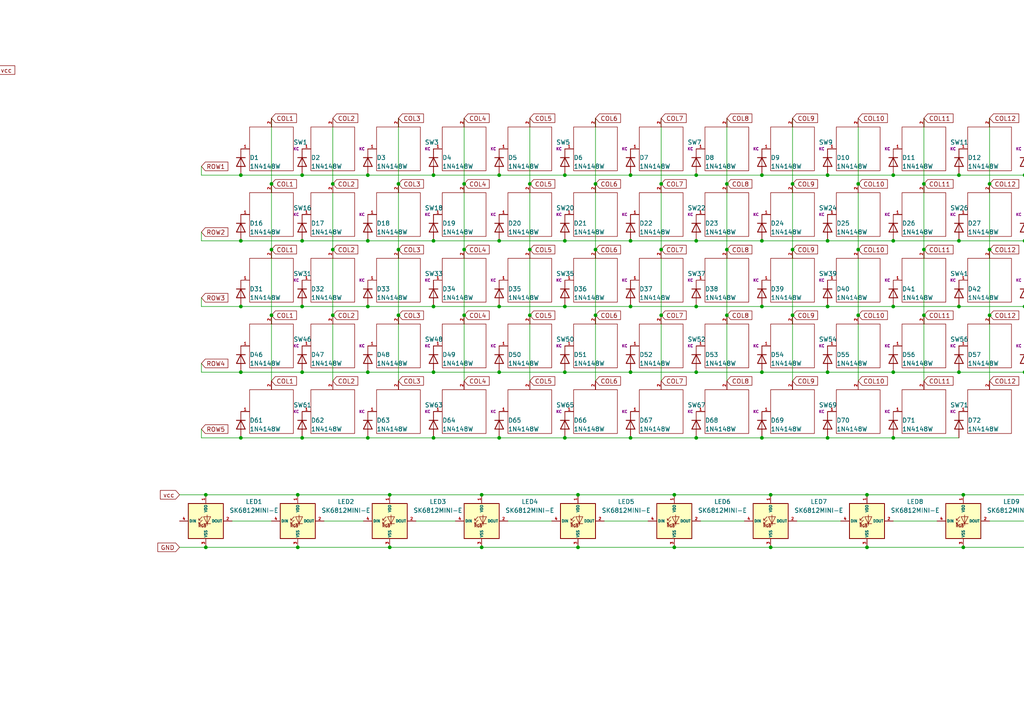
<source format=kicad_sch>
(kicad_sch (version 20231120) (generator "eeschema") (generator_version "8.0")
  (paper "A4")
  (junction (at 69.85 88.9))
  (junction (at 307.34 143.51))
  (junction (at 163.83 50.8))
  (junction (at 240.03 107.95))
  (junction (at 134.62 72.39))
  (junction (at 307.34 158.75))
  (junction (at 59.69 143.51))
  (junction (at 240.03 50.8))
  (junction (at 191.77 91.44))
  (junction (at 278.13 50.8))
  (junction (at 240.03 88.9))
  (junction (at 248.92 53.34))
  (junction (at 172.72 53.34))
  (junction (at 106.68 127))
  (junction (at 229.87 91.44))
  (junction (at 201.93 50.8))
  (junction (at 182.88 69.85))
  (junction (at 191.77 72.39))
  (junction (at 251.46 143.51))
  (junction (at 325.12 72.39))
  (junction (at 69.85 107.95))
  (junction (at 106.68 88.9))
  (junction (at 306.07 53.34))
  (junction (at 267.97 91.44))
  (junction (at 69.85 127))
  (junction (at 248.92 91.44))
  (junction (at 297.18 88.9))
  (junction (at 144.78 69.85))
  (junction (at 167.64 143.51))
  (junction (at 279.4 158.75))
  (junction (at 259.08 127))
  (junction (at 259.08 69.85))
  (junction (at 267.97 72.39))
  (junction (at 59.69 158.75))
  (junction (at 259.08 107.95))
  (junction (at 115.57 91.44))
  (junction (at 106.68 50.8))
  (junction (at 172.72 91.44))
  (junction (at 201.93 69.85))
  (junction (at 363.22 158.75))
  (junction (at 278.13 69.85))
  (junction (at 248.92 72.39))
  (junction (at 259.08 88.9))
  (junction (at 153.67 72.39))
  (junction (at 86.36 158.75))
  (junction (at 210.82 53.34))
  (junction (at 251.46 158.75))
  (junction (at 306.07 72.39))
  (junction (at 87.63 50.8))
  (junction (at 220.98 107.95))
  (junction (at 144.78 127))
  (junction (at 96.52 91.44))
  (junction (at 182.88 127))
  (junction (at 355.6 151.13))
  (junction (at 182.88 88.9))
  (junction (at 87.63 127))
  (junction (at 259.08 50.8))
  (junction (at 287.02 72.39))
  (junction (at 144.78 107.95))
  (junction (at 182.88 107.95))
  (junction (at 297.18 50.8))
  (junction (at 316.23 107.95))
  (junction (at 335.28 107.95))
  (junction (at 220.98 69.85))
  (junction (at 267.97 53.34))
  (junction (at 163.83 127))
  (junction (at 144.78 88.9))
  (junction (at 335.28 158.75))
  (junction (at 139.7 158.75))
  (junction (at 78.74 53.34))
  (junction (at 167.64 158.75))
  (junction (at 316.23 88.9))
  (junction (at 139.7 143.51))
  (junction (at 87.63 107.95))
  (junction (at 125.73 69.85))
  (junction (at 297.18 107.95))
  (junction (at 115.57 53.34))
  (junction (at 69.85 50.8))
  (junction (at 78.74 91.44))
  (junction (at 134.62 91.44))
  (junction (at 125.73 88.9))
  (junction (at 297.18 69.85))
  (junction (at 172.72 72.39))
  (junction (at 278.13 107.95))
  (junction (at 195.58 158.75))
  (junction (at 195.58 143.51))
  (junction (at 220.98 127))
  (junction (at 327.66 151.13))
  (junction (at 69.85 69.85))
  (junction (at 299.72 151.13))
  (junction (at 96.52 53.34))
  (junction (at 113.03 143.51))
  (junction (at 229.87 53.34))
  (junction (at 87.63 88.9))
  (junction (at 363.22 143.51))
  (junction (at 223.52 143.51))
  (junction (at 153.67 53.34))
  (junction (at 229.87 72.39))
  (junction (at 201.93 107.95))
  (junction (at 220.98 88.9))
  (junction (at 325.12 53.34))
  (junction (at 201.93 127))
  (junction (at 182.88 50.8))
  (junction (at 163.83 69.85))
  (junction (at 87.63 69.85))
  (junction (at 134.62 53.34))
  (junction (at 125.73 50.8))
  (junction (at 287.02 53.34))
  (junction (at 86.36 143.51))
  (junction (at 287.02 91.44))
  (junction (at 113.03 158.75))
  (junction (at 163.83 88.9))
  (junction (at 335.28 143.51))
  (junction (at 96.52 72.39))
  (junction (at 240.03 69.85))
  (junction (at 389.89 143.51))
  (junction (at 125.73 107.95))
  (junction (at 153.67 91.44))
  (junction (at 220.98 50.8))
  (junction (at 210.82 72.39))
  (junction (at 201.93 88.9))
  (junction (at 163.83 107.95))
  (junction (at 278.13 88.9))
  (junction (at 240.03 127))
  (junction (at 210.82 91.44))
  (junction (at 223.52 158.75))
  (junction (at 115.57 72.39))
  (junction (at 279.4 143.51))
  (junction (at 78.74 72.39))
  (junction (at 106.68 107.95))
  (junction (at 191.77 53.34))
  (junction (at 144.78 50.8))
  (junction (at 125.73 127))
  (junction (at 106.68 69.85))
  (junction (at 389.89 158.75))
  (wire (pts (xy 287.02 72.39) (xy 287.02 91.44)))
  (wire (pts (xy 52.07 158.75) (xy 59.69 158.75)))
  (wire (pts (xy 86.36 143.51) (xy 113.03 143.51)))
  (wire (pts (xy 153.67 53.34) (xy 153.67 72.39)))
  (wire (pts (xy 299.72 151.13) (xy 300.99 151.13)))
  (wire (pts (xy 69.85 107.95) (xy 87.63 107.95)))
  (wire (pts (xy 201.93 50.8) (xy 220.98 50.8)))
  (wire (pts (xy 182.88 107.95) (xy 201.93 107.95)))
  (wire (pts (xy 316.23 88.9) (xy 335.28 88.9)))
  (wire (pts (xy 106.68 107.95) (xy 125.73 107.95)))
  (wire (pts (xy 297.18 107.95) (xy 316.23 107.95)))
  (wire (pts (xy 163.83 127) (xy 182.88 127)))
  (wire (pts (xy 297.18 88.9) (xy 316.23 88.9)))
  (wire (pts (xy 287.02 91.44) (xy 287.02 110.49)))
  (wire (pts (xy 78.74 91.44) (xy 78.74 110.49)))
  (wire (pts (xy 172.72 34.29) (xy 172.72 53.34)))
  (wire (pts (xy 335.28 143.51) (xy 363.22 143.51)))
  (wire (pts (xy 87.63 107.95) (xy 106.68 107.95)))
  (wire (pts (xy 96.52 34.29) (xy 96.52 53.34)))
  (wire (pts (xy 259.08 107.95) (xy 278.13 107.95)))
  (wire (pts (xy 58.42 124.46) (xy 58.42 127)))
  (wire (pts (xy 78.74 72.39) (xy 78.74 91.44)))
  (wire (pts (xy 363.22 143.51) (xy 389.89 143.51)))
  (wire (pts (xy 259.08 69.85) (xy 278.13 69.85)))
  (wire (pts (xy 172.72 91.44) (xy 172.72 110.49)))
  (wire (pts (xy 267.97 53.34) (xy 267.97 72.39)))
  (wire (pts (xy 363.22 158.75) (xy 389.89 158.75)))
  (wire (pts (xy 355.6 151.13) (xy 356.87 151.13)))
  (wire (pts (xy 267.97 91.44) (xy 267.97 110.49)))
  (wire (pts (xy 306.07 72.39) (xy 306.07 91.44)))
  (wire (pts (xy 370.84 151.13) (xy 382.27 151.13)))
  (wire (pts (xy 144.78 88.9) (xy 163.83 88.9)))
  (wire (pts (xy 195.58 143.51) (xy 223.52 143.51)))
  (wire (pts (xy 59.69 143.51) (xy 86.36 143.51)))
  (wire (pts (xy 307.34 158.75) (xy 335.28 158.75)))
  (wire (pts (xy 115.57 72.39) (xy 115.57 91.44)))
  (wire (pts (xy 115.57 91.44) (xy 115.57 110.49)))
  (wire (pts (xy 58.42 48.26) (xy 58.42 50.8)))
  (wire (pts (xy 182.88 88.9) (xy 201.93 88.9)))
  (wire (pts (xy 229.87 34.29) (xy 229.87 53.34)))
  (wire (pts (xy 220.98 88.9) (xy 240.03 88.9)))
  (wire (pts (xy 278.13 88.9) (xy 297.18 88.9)))
  (wire (pts (xy 96.52 72.39) (xy 96.52 91.44)))
  (wire (pts (xy 251.46 143.51) (xy 279.4 143.51)))
  (wire (pts (xy 248.92 72.39) (xy 248.92 91.44)))
  (wire (pts (xy 58.42 107.95) (xy 69.85 107.95)))
  (wire (pts (xy 120.65 151.13) (xy 132.08 151.13)))
  (wire (pts (xy 58.42 127) (xy 69.85 127)))
  (wire (pts (xy 139.7 143.51) (xy 167.64 143.51)))
  (wire (pts (xy 125.73 127) (xy 144.78 127)))
  (wire (pts (xy 316.23 107.95) (xy 335.28 107.95)))
  (wire (pts (xy 210.82 53.34) (xy 210.82 72.39)))
  (wire (pts (xy 220.98 127) (xy 240.03 127)))
  (wire (pts (xy 240.03 127) (xy 259.08 127)))
  (wire (pts (xy 147.32 151.13) (xy 160.02 151.13)))
  (wire (pts (xy 134.62 53.34) (xy 134.62 72.39)))
  (wire (pts (xy 125.73 107.95) (xy 144.78 107.95)))
  (wire (pts (xy 87.63 50.8) (xy 106.68 50.8)))
  (wire (pts (xy 78.74 53.34) (xy 78.74 72.39)))
  (wire (pts (xy 67.31 151.13) (xy 78.74 151.13)))
  (wire (pts (xy 115.57 34.29) (xy 115.57 53.34)))
  (wire (pts (xy 113.03 158.75) (xy 139.7 158.75)))
  (wire (pts (xy 389.89 143.51) (xy 417.83 143.51)))
  (wire (pts (xy 267.97 34.29) (xy 267.97 53.34)))
  (wire (pts (xy 191.77 34.29) (xy 191.77 53.34)))
  (wire (pts (xy 248.92 91.44) (xy 248.92 110.49)))
  (wire (pts (xy 251.46 158.75) (xy 279.4 158.75)))
  (wire (pts (xy 389.89 158.75) (xy 417.83 158.75)))
  (wire (pts (xy 191.77 53.34) (xy 191.77 72.39)))
  (wire (pts (xy 223.52 158.75) (xy 251.46 158.75)))
  (wire (pts (xy 287.02 53.34) (xy 287.02 72.39)))
  (wire (pts (xy 58.42 105.41) (xy 58.42 107.95)))
  (wire (pts (xy 106.68 88.9) (xy 125.73 88.9)))
  (wire (pts (xy 248.92 53.34) (xy 248.92 72.39)))
  (wire (pts (xy 125.73 50.8) (xy 144.78 50.8)))
  (wire (pts (xy 175.26 151.13) (xy 187.96 151.13)))
  (wire (pts (xy 229.87 53.34) (xy 229.87 72.39)))
  (wire (pts (xy 86.36 158.75) (xy 113.03 158.75)))
  (wire (pts (xy 248.92 34.29) (xy 248.92 53.34)))
  (wire (pts (xy 52.07 143.51) (xy 59.69 143.51)))
  (wire (pts (xy 125.73 88.9) (xy 144.78 88.9)))
  (wire (pts (xy 93.98 151.13) (xy 105.41 151.13)))
  (wire (pts (xy 325.12 34.29) (xy 325.12 53.34)))
  (wire (pts (xy 182.88 69.85) (xy 201.93 69.85)))
  (wire (pts (xy 307.34 143.51) (xy 335.28 143.51)))
  (wire (pts (xy 229.87 72.39) (xy 229.87 91.44)))
  (wire (pts (xy 106.68 69.85) (xy 125.73 69.85)))
  (wire (pts (xy 306.07 53.34) (xy 306.07 72.39)))
  (wire (pts (xy 78.74 34.29) (xy 78.74 53.34)))
  (wire (pts (xy 106.68 50.8) (xy 125.73 50.8)))
  (wire (pts (xy 153.67 34.29) (xy 153.67 53.34)))
  (wire (pts (xy 58.42 50.8) (xy 69.85 50.8)))
  (wire (pts (xy 279.4 158.75) (xy 307.34 158.75)))
  (wire (pts (xy 58.42 86.36) (xy 58.42 88.9)))
  (wire (pts (xy 229.87 91.44) (xy 229.87 110.49)))
  (wire (pts (xy 58.42 67.31) (xy 58.42 69.85)))
  (wire (pts (xy 279.4 143.51) (xy 307.34 143.51)))
  (wire (pts (xy 267.97 72.39) (xy 267.97 91.44)))
  (wire (pts (xy 106.68 127) (xy 125.73 127)))
  (wire (pts (xy 113.03 143.51) (xy 139.7 143.51)))
  (wire (pts (xy 342.9 151.13) (xy 355.6 151.13)))
  (wire (pts (xy 115.57 53.34) (xy 115.57 72.39)))
  (wire (pts (xy 297.18 50.8) (xy 316.23 50.8)))
  (wire (pts (xy 69.85 88.9) (xy 87.63 88.9)))
  (wire (pts (xy 314.96 151.13) (xy 327.66 151.13)))
  (wire (pts (xy 153.67 72.39) (xy 153.67 91.44)))
  (wire (pts (xy 96.52 91.44) (xy 96.52 110.49)))
  (wire (pts (xy 134.62 72.39) (xy 134.62 91.44)))
  (wire (pts (xy 210.82 72.39) (xy 210.82 91.44)))
  (wire (pts (xy 58.42 69.85) (xy 69.85 69.85)))
  (wire (pts (xy 220.98 107.95) (xy 240.03 107.95)))
  (wire (pts (xy 191.77 72.39) (xy 191.77 91.44)))
  (wire (pts (xy 59.69 158.75) (xy 86.36 158.75)))
  (wire (pts (xy 87.63 127) (xy 106.68 127)))
  (wire (pts (xy 220.98 69.85) (xy 240.03 69.85)))
  (wire (pts (xy 201.93 88.9) (xy 220.98 88.9)))
  (wire (pts (xy 325.12 53.34) (xy 325.12 72.39)))
  (wire (pts (xy 163.83 69.85) (xy 182.88 69.85)))
  (wire (pts (xy 87.63 88.9) (xy 106.68 88.9)))
  (wire (pts (xy 297.18 69.85) (xy 316.23 69.85)))
  (wire (pts (xy 327.66 151.13) (xy 328.93 151.13)))
  (wire (pts (xy 87.63 69.85) (xy 106.68 69.85)))
  (wire (pts (xy 58.42 88.9) (xy 69.85 88.9)))
  (wire (pts (xy 344.17 72.39) (xy 344.17 91.44)))
  (wire (pts (xy 223.52 143.51) (xy 251.46 143.51)))
  (wire (pts (xy 144.78 107.95) (xy 163.83 107.95)))
  (wire (pts (xy 335.28 107.95) (xy 336.55 107.95)))
  (wire (pts (xy 134.62 34.29) (xy 134.62 53.34)))
  (wire (pts (xy 259.08 88.9) (xy 278.13 88.9)))
  (wire (pts (xy 167.64 143.51) (xy 195.58 143.51)))
  (wire (pts (xy 191.77 91.44) (xy 191.77 110.49)))
  (wire (pts (xy 335.28 158.75) (xy 363.22 158.75)))
  (wire (pts (xy 125.73 69.85) (xy 144.78 69.85)))
  (wire (pts (xy 210.82 91.44) (xy 210.82 110.49)))
  (wire (pts (xy 240.03 50.8) (xy 259.08 50.8)))
  (wire (pts (xy 287.02 151.13) (xy 299.72 151.13)))
  (wire (pts (xy 306.07 34.29) (xy 306.07 53.34)))
  (wire (pts (xy 144.78 50.8) (xy 163.83 50.8)))
  (wire (pts (xy 163.83 50.8) (xy 182.88 50.8)))
  (wire (pts (xy 167.64 158.75) (xy 195.58 158.75)))
  (wire (pts (xy 144.78 69.85) (xy 163.83 69.85)))
  (wire (pts (xy 69.85 127) (xy 87.63 127)))
  (wire (pts (xy 201.93 127) (xy 220.98 127)))
  (wire (pts (xy 69.85 50.8) (xy 87.63 50.8)))
  (wire (pts (xy 240.03 107.95) (xy 259.08 107.95)))
  (wire (pts (xy 201.93 107.95) (xy 220.98 107.95)))
  (wire (pts (xy 182.88 50.8) (xy 201.93 50.8)))
  (wire (pts (xy 195.58 158.75) (xy 223.52 158.75)))
  (wire (pts (xy 139.7 158.75) (xy 167.64 158.75)))
  (wire (pts (xy 231.14 151.13) (xy 243.84 151.13)))
  (wire (pts (xy 69.85 69.85) (xy 87.63 69.85)))
  (wire (pts (xy 278.13 107.95) (xy 297.18 107.95)))
  (wire (pts (xy 278.13 69.85) (xy 297.18 69.85)))
  (wire (pts (xy 287.02 34.29) (xy 287.02 53.34)))
  (wire (pts (xy 153.67 91.44) (xy 153.67 110.49)))
  (wire (pts (xy 259.08 50.8) (xy 278.13 50.8)))
  (wire (pts (xy 259.08 151.13) (xy 271.78 151.13)))
  (wire (pts (xy 182.88 127) (xy 201.93 127)))
  (wire (pts (xy 259.08 127) (xy 278.13 127)))
  (wire (pts (xy 325.12 72.39) (xy 325.12 91.44)))
  (wire (pts (xy 240.03 69.85) (xy 259.08 69.85)))
  (wire (pts (xy 172.72 53.34) (xy 172.72 72.39)))
  (wire (pts (xy 397.51 151.13) (xy 410.21 151.13)))
  (wire (pts (xy 203.2 151.13) (xy 215.9 151.13)))
  (wire (pts (xy 134.62 91.44) (xy 134.62 110.49)))
  (wire (pts (xy 163.83 88.9) (xy 182.88 88.9)))
  (wire (pts (xy 210.82 34.29) (xy 210.82 53.34)))
  (wire (pts (xy 278.13 50.8) (xy 297.18 50.8)))
  (wire (pts (xy 201.93 69.85) (xy 220.98 69.85)))
  (wire (pts (xy 172.72 72.39) (xy 172.72 91.44)))
  (wire (pts (xy 144.78 127) (xy 163.83 127)))
  (wire (pts (xy 96.52 53.34) (xy 96.52 72.39)))
  (wire (pts (xy 163.83 107.95) (xy 182.88 107.95)))
  (wire (pts (xy 240.03 88.9) (xy 259.08 88.9)))
  (wire (pts (xy 220.98 50.8) (xy 240.03 50.8)))
  (global_label "COL9" (shape input) (at 229.87 72.39 0) (property "Intersheetrefs" "${INTERSHEET_REFS}" (effects (hide yes))))
  (global_label "COL10" (shape input) (at 248.92 53.34 0) (property "Intersheetrefs" "${INTERSHEET_REFS}" (effects (hide yes))))
  (global_label "COL10" (shape input) (at 248.92 72.39 0) (property "Intersheetrefs" "${INTERSHEET_REFS}" (effects (hide yes))))
  (global_label "COL5" (shape input) (at 153.67 34.29 0) (property "Intersheetrefs" "${INTERSHEET_REFS}" (effects (hide yes))))
  (global_label "COL12" (shape input) (at 287.02 110.49 0) (property "Intersheetrefs" "${INTERSHEET_REFS}" (effects (hide yes))))
  (global_label "COL13" (shape input) (at 306.07 34.29 0) (property "Intersheetrefs" "${INTERSHEET_REFS}" (effects (hide yes))))
  (global_label "COL13" (shape input) (at 306.07 91.44 0) (property "Intersheetrefs" "${INTERSHEET_REFS}" (effects (hide yes))))
  (global_label "COL8" (shape input) (at 210.82 72.39 0) (property "Intersheetrefs" "${INTERSHEET_REFS}" (effects (hide yes))))
  (global_label "COL9" (shape input) (at 229.87 53.34 0) (property "Intersheetrefs" "${INTERSHEET_REFS}" (effects (hide yes))))
  (global_label "ROW4" (shape input) (at 58.42 105.41 0) (property "Intersheetrefs" "${INTERSHEET_REFS}" (effects (hide yes))))
  (global_label "COL1" (shape input) (at 78.74 53.34 0) (property "Intersheetrefs" "${INTERSHEET_REFS}" (effects (hide yes))))
  (global_label "COL14" (shape input) (at 325.12 91.44 0) (property "Intersheetrefs" "${INTERSHEET_REFS}" (effects (hide yes))))
  (global_label "COL10" (shape input) (at 248.92 110.49 0) (property "Intersheetrefs" "${INTERSHEET_REFS}" (effects (hide yes))))
  (global_label "COL11" (shape input) (at 267.97 53.34 0) (property "Intersheetrefs" "${INTERSHEET_REFS}" (effects (hide yes))))
  (global_label "COL1" (shape input) (at 78.74 91.44 0) (property "Intersheetrefs" "${INTERSHEET_REFS}" (effects (hide yes))))
  (global_label "GND" (shape input) (at 52.07 158.75 180) (property "Intersheetrefs" "${INTERSHEET_REFS}" (effects (hide yes))))
  (global_label "COL3" (shape input) (at 115.57 110.49 0) (property "Intersheetrefs" "${INTERSHEET_REFS}" (effects (hide yes))))
  (global_label "ROW3" (shape input) (at 58.42 86.36 0) (property "Intersheetrefs" "${INTERSHEET_REFS}" (effects (hide yes))))
  (global_label "COL1" (shape input) (at 78.74 72.39 0) (property "Intersheetrefs" "${INTERSHEET_REFS}" (effects (hide yes))))
  (global_label "COL14" (shape input) (at 325.12 34.29 0) (property "Intersheetrefs" "${INTERSHEET_REFS}" (effects (hide yes))))
  (global_label "COL11" (shape input) (at 267.97 110.49 0) (property "Intersheetrefs" "${INTERSHEET_REFS}" (effects (hide yes))))
  (global_label "COL1" (shape input) (at 78.74 110.49 0) (property "Intersheetrefs" "${INTERSHEET_REFS}" (effects (hide yes))))
  (global_label "COL13" (shape input) (at 306.07 72.39 0) (property "Intersheetrefs" "${INTERSHEET_REFS}" (effects (hide yes))))
  (global_label "COL10" (shape input) (at 248.92 34.29 0) (property "Intersheetrefs" "${INTERSHEET_REFS}" (effects (hide yes))))
  (global_label "COL7" (shape input) (at 191.77 72.39 0) (property "Intersheetrefs" "${INTERSHEET_REFS}" (effects (hide yes))))
  (global_label "COL8" (shape input) (at 210.82 110.49 0) (property "Intersheetrefs" "${INTERSHEET_REFS}" (effects (hide yes))))
  (global_label "COL12" (shape input) (at 287.02 34.29 0) (property "Intersheetrefs" "${INTERSHEET_REFS}" (effects (hide yes))))
  (global_label "COL14" (shape input) (at 325.12 72.39 0) (property "Intersheetrefs" "${INTERSHEET_REFS}" (effects (hide yes))))
  (global_label "COL11" (shape input) (at 267.97 91.44 0) (property "Intersheetrefs" "${INTERSHEET_REFS}" (effects (hide yes))))
  (global_label "COL6" (shape input) (at 172.72 34.29 0) (property "Intersheetrefs" "${INTERSHEET_REFS}" (effects (hide yes))))
  (global_label "COL7" (shape input) (at 191.77 34.29 0) (property "Intersheetrefs" "${INTERSHEET_REFS}" (effects (hide yes))))
  (global_label "COL8" (shape input) (at 210.82 53.34 0) (property "Intersheetrefs" "${INTERSHEET_REFS}" (effects (hide yes))))
  (global_label "COL5" (shape input) (at 153.67 91.44 0) (property "Intersheetrefs" "${INTERSHEET_REFS}" (effects (hide yes))))
  (global_label "COL4" (shape input) (at 134.62 34.29 0) (property "Intersheetrefs" "${INTERSHEET_REFS}" (effects (hide yes))))
  (global_label "COL6" (shape input) (at 172.72 72.39 0) (property "Intersheetrefs" "${INTERSHEET_REFS}" (effects (hide yes))))
  (global_label "COL9" (shape input) (at 229.87 34.29 0) (property "Intersheetrefs" "${INTERSHEET_REFS}" (effects (hide yes))))
  (global_label "COL7" (shape input) (at 191.77 91.44 0) (property "Intersheetrefs" "${INTERSHEET_REFS}" (effects (hide yes))))
  (global_label "COL6" (shape input) (at 172.72 91.44 0) (property "Intersheetrefs" "${INTERSHEET_REFS}" (effects (hide yes))))
  (global_label "COL8" (shape input) (at 210.82 91.44 0) (property "Intersheetrefs" "${INTERSHEET_REFS}" (effects (hide yes))))
  (global_label "ROW1" (shape input) (at 58.42 48.26 0) (property "Intersheetrefs" "${INTERSHEET_REFS}" (effects (hide yes))))
  (global_label "COL2" (shape input) (at 96.52 34.29 0) (property "Intersheetrefs" "${INTERSHEET_REFS}" (effects (hide yes))))
  (global_label "COL15" (shape input) (at 344.17 91.44 0) (property "Intersheetrefs" "${INTERSHEET_REFS}" (effects (hide yes))))
  (global_label "COL1" (shape input) (at 78.74 34.29 0) (property "Intersheetrefs" "${INTERSHEET_REFS}" (effects (hide yes))))
  (global_label "COL11" (shape input) (at 267.97 34.29 0) (property "Intersheetrefs" "${INTERSHEET_REFS}" (effects (hide yes))))
  (global_label "COL2" (shape input) (at 96.52 110.49 0) (property "Intersheetrefs" "${INTERSHEET_REFS}" (effects (hide yes))))
  (global_label "ROW5" (shape input) (at 58.42 124.46 0) (property "Intersheetrefs" "${INTERSHEET_REFS}" (effects (hide yes))))
  (global_label "COL6" (shape input) (at 172.72 53.34 0) (property "Intersheetrefs" "${INTERSHEET_REFS}" (effects (hide yes))))
  (global_label "COL5" (shape input) (at 153.67 72.39 0) (property "Intersheetrefs" "${INTERSHEET_REFS}" (effects (hide yes))))
  (global_label "COL12" (shape input) (at 287.02 72.39 0) (property "Intersheetrefs" "${INTERSHEET_REFS}" (effects (hide yes))))
  (global_label "vcc" (shape input) (at 52.07 143.51 180) (property "Intersheetrefs" "${INTERSHEET_REFS}" (effects (hide yes))))
  (global_label "vcc" (shape input) (at -1.27 20.32 0) (property "Intersheetrefs" "${INTERSHEET_REFS}" (effects (hide yes))))
  (global_label "COL12" (shape input) (at 287.02 53.34 0) (property "Intersheetrefs" "${INTERSHEET_REFS}" (effects (hide yes))))
  (global_label "COL5" (shape input) (at 153.67 110.49 0) (property "Intersheetrefs" "${INTERSHEET_REFS}" (effects (hide yes))))
  (global_label "COL4" (shape input) (at 134.62 110.49 0) (property "Intersheetrefs" "${INTERSHEET_REFS}" (effects (hide yes))))
  (global_label "COL4" (shape input) (at 134.62 72.39 0) (property "Intersheetrefs" "${INTERSHEET_REFS}" (effects (hide yes))))
  (global_label "COL15" (shape input) (at 344.17 72.39 0) (property "Intersheetrefs" "${INTERSHEET_REFS}" (effects (hide yes))))
  (global_label "COL3" (shape input) (at 115.57 72.39 0) (property "Intersheetrefs" "${INTERSHEET_REFS}" (effects (hide yes))))
  (global_label "COL2" (shape input) (at 96.52 91.44 0) (property "Intersheetrefs" "${INTERSHEET_REFS}" (effects (hide yes))))
  (global_label "COL9" (shape input) (at 229.87 110.49 0) (property "Intersheetrefs" "${INTERSHEET_REFS}" (effects (hide yes))))
  (global_label "COL3" (shape input) (at 115.57 53.34 0) (property "Intersheetrefs" "${INTERSHEET_REFS}" (effects (hide yes))))
  (global_label "COL5" (shape input) (at 153.67 53.34 0) (property "Intersheetrefs" "${INTERSHEET_REFS}" (effects (hide yes))))
  (global_label "COL8" (shape input) (at 210.82 34.29 0) (property "Intersheetrefs" "${INTERSHEET_REFS}" (effects (hide yes))))
  (global_label "COL6" (shape input) (at 172.72 110.49 0) (property "Intersheetrefs" "${INTERSHEET_REFS}" (effects (hide yes))))
  (global_label "COL4" (shape input) (at 134.62 53.34 0) (property "Intersheetrefs" "${INTERSHEET_REFS}" (effects (hide yes))))
  (global_label "COL9" (shape input) (at 229.87 91.44 0) (property "Intersheetrefs" "${INTERSHEET_REFS}" (effects (hide yes))))
  (global_label "COL2" (shape input) (at 96.52 53.34 0) (property "Intersheetrefs" "${INTERSHEET_REFS}" (effects (hide yes))))
  (global_label "COL4" (shape input) (at 134.62 91.44 0) (property "Intersheetrefs" "${INTERSHEET_REFS}" (effects (hide yes))))
  (global_label "COL13" (shape input) (at 306.07 53.34 0) (property "Intersheetrefs" "${INTERSHEET_REFS}" (effects (hide yes))))
  (global_label "COL14" (shape input) (at 325.12 53.34 0) (property "Intersheetrefs" "${INTERSHEET_REFS}" (effects (hide yes))))
  (global_label "COL12" (shape input) (at 287.02 91.44 0) (property "Intersheetrefs" "${INTERSHEET_REFS}" (effects (hide yes))))
  (global_label "COL10" (shape input) (at 248.92 91.44 0) (property "Intersheetrefs" "${INTERSHEET_REFS}" (effects (hide yes))))
  (global_label "COL3" (shape input) (at 115.57 34.29 0) (property "Intersheetrefs" "${INTERSHEET_REFS}" (effects (hide yes))))
  (global_label "COL3" (shape input) (at 115.57 91.44 0) (property "Intersheetrefs" "${INTERSHEET_REFS}" (effects (hide yes))))
  (global_label "COL11" (shape input) (at 267.97 72.39 0) (property "Intersheetrefs" "${INTERSHEET_REFS}" (effects (hide yes))))
  (global_label "COL7" (shape input) (at 191.77 53.34 0) (property "Intersheetrefs" "${INTERSHEET_REFS}" (effects (hide yes))))
  (global_label "COL2" (shape input) (at 96.52 72.39 0) (property "Intersheetrefs" "${INTERSHEET_REFS}" (effects (hide yes))))
  (global_label "ROW2" (shape input) (at 58.42 67.31 0) (property "Intersheetrefs" "${INTERSHEET_REFS}" (effects (hide yes))))
  (global_label "COL7" (shape input) (at 191.77 110.49 0) (property "Intersheetrefs" "${INTERSHEET_REFS}" (effects (hide yes))))
  (symbol (lib_id "Device:D") (at 87.63 46.99 270) (unit 1)
    (property "Reference" "D2" (at 90.17 45.7199 90) (effects (justify left)))
    (property "Value" "1N4148W" (at 90.17 48.2599 90) (effects (justify left)))
    (property "Footprint" "Diode_SMD:D_SOD-123F" (effects (hide yes)))
    (property "Datasheet" "Button_Switch_Keyboard:SW_Cherry_MX_1.00u_PCB_HOTSWAP_Details" (effects (hide yes)))
    (property "Description" "Diode" (effects (hide yes)))
    (property "Sim.Device" "D" (effects (hide yes)))
    (property "Sim.Pins" "1=K 2=A" (effects (hide yes)))
  )
  (symbol (lib_id "Device:D") (at 278.13 104.14 270) (unit 1)
    (property "Reference" "D57" (at 280.67 102.8699 90) (effects (justify left)))
    (property "Value" "1N4148W" (at 280.67 105.4099 90) (effects (justify left)))
    (property "Footprint" "Diode_SMD:D_SOD-123F" (effects (hide yes)))
    (property "Datasheet" "Button_Switch_Keyboard:SW_Cherry_MX_1.00u_PCB_HOTSWAP_Details" (effects (hide yes)))
    (property "Description" "Diode" (effects (hide yes)))
    (property "Sim.Device" "D" (effects (hide yes)))
    (property "Sim.Pins" "1=K 2=A" (effects (hide yes)))
  )
  (symbol (lib_id "Device:D") (at 144.78 123.19 270) (unit 1)
    (property "Reference" "D65" (at 147.32 121.9199 90) (effects (justify left)))
    (property "Value" "1N4148W" (at 147.32 124.4599 90) (effects (justify left)))
    (property "Footprint" "Diode_SMD:D_SOD-123F" (effects (hide yes)))
    (property "Datasheet" "Button_Switch_Keyboard:SW_Cherry_MX_1.00u_PCB_HOTSWAP_Details" (effects (hide yes)))
    (property "Description" "Diode" (effects (hide yes)))
    (property "Sim.Device" "D" (effects (hide yes)))
    (property "Sim.Pins" "1=K 2=A" (effects (hide yes)))
  )
  (symbol (lib_id "acheron_Symbols:Mechanical_Switch") (at 287.02 81.28 0) (unit 1)
    (property "Reference" "SW42" (effects (hide yes)))
    (property "Value" "CPG151101S11" (effects (hide yes)))
    (property "Footprint" "Button_Switch_Keyboard:SW_Cherry_MX_1.00u_PCB_HOTSWAP_Details" (effects (hide yes)))
    (property "Description" "Keyboard mechanical switch" (effects (hide yes)))
    (property "Keycode" "KC" (at 294.64 81.28 0) (effects (font (size 0.762 0.762)) (justify left)))
  )
  (symbol (lib_id "acheron_Symbols:Mechanical_Switch") (at 115.57 43.18 0) (unit 1)
    (property "Reference" "SW3" (at 123.19 41.2749 0) (effects (justify left)))
    (property "Value" "CPG151101S11" (effects (hide yes)))
    (property "Footprint" "Button_Switch_Keyboard:SW_Cherry_MX_1.00u_PCB_HOTSWAP_Details" (effects (hide yes)))
    (property "Description" "Keyboard mechanical switch" (effects (hide yes)))
    (property "Keycode" "KC" (at 123.19 43.18 0) (effects (font (size 0.762 0.762)) (justify left)))
  )
  (symbol (lib_id "acheron_Symbols:Mechanical_Switch") (at 153.67 62.23 0) (unit 1)
    (property "Reference" "SW20" (at 161.29 60.3249 0) (effects (justify left)))
    (property "Value" "CPG151101S11" (effects (hide yes)))
    (property "Footprint" "Button_Switch_Keyboard:SW_Cherry_MX_1.00u_PCB_HOTSWAP_Details" (effects (hide yes)))
    (property "Description" "Keyboard mechanical switch" (effects (hide yes)))
    (property "Keycode" "KC" (at 161.29 62.23 0) (effects (font (size 0.762 0.762)) (justify left)))
  )
  (symbol (lib_id "acheron_Symbols:Mechanical_Switch") (at 78.74 43.18 0) (unit 1)
    (property "Reference" "SW1" (at 85.09 41.2749 0) (effects (justify left)))
    (property "Value" "CPG151101S11" (effects (hide yes)))
    (property "Footprint" "Button_Switch_Keyboard:SW_Cherry_MX_1.00u_PCB_HOTSWAP_Details" (effects (hide yes)))
    (property "Description" "Keyboard mechanical switch" (effects (hide yes)))
    (property "Keycode" "KC" (at 85.09 43.18 0) (effects (font (size 0.762 0.762)) (justify left)))
  )
  (symbol (lib_id "Device:D") (at 316.23 85.09 270) (unit 1)
    (property "Reference" "D44" (at 318.77 83.8199 90) (effects (justify left)))
    (property "Value" "1N4148W" (at 318.77 86.3599 90) (effects (justify left)))
    (property "Footprint" "Diode_SMD:D_SOD-123F" (effects (hide yes)))
    (property "Datasheet" "Button_Switch_Keyboard:SW_Cherry_MX_1.00u_PCB_HOTSWAP_Details" (effects (hide yes)))
    (property "Description" "Diode" (effects (hide yes)))
    (property "Sim.Device" "D" (effects (hide yes)))
    (property "Sim.Pins" "1=K 2=A" (effects (hide yes)))
  )
  (symbol (lib_id "Device:D") (at 278.13 66.04 270) (unit 1)
    (property "Reference" "D27" (at 280.67 64.7699 90) (effects (justify left)))
    (property "Value" "1N4148W" (at 280.67 67.3099 90) (effects (justify left)))
    (property "Footprint" "Diode_SMD:D_SOD-123F" (effects (hide yes)))
    (property "Datasheet" "Button_Switch_Keyboard:SW_Cherry_MX_1.00u_PCB_HOTSWAP_Details" (effects (hide yes)))
    (property "Description" "Diode" (effects (hide yes)))
    (property "Sim.Device" "D" (effects (hide yes)))
    (property "Sim.Pins" "1=K 2=A" (effects (hide yes)))
  )
  (symbol (lib_id "Device:D") (at 259.08 85.09 270) (unit 1)
    (property "Reference" "D41" (at 261.62 83.8199 90) (effects (justify left)))
    (property "Value" "1N4148W" (at 261.62 86.3599 90) (effects (justify left)))
    (property "Footprint" "Diode_SMD:D_SOD-123F" (effects (hide yes)))
    (property "Datasheet" "Button_Switch_Keyboard:SW_Cherry_MX_1.00u_PCB_HOTSWAP_Details" (effects (hide yes)))
    (property "Description" "Diode" (effects (hide yes)))
    (property "Sim.Device" "D" (effects (hide yes)))
    (property "Sim.Pins" "1=K 2=A" (effects (hide yes)))
  )
  (symbol (lib_id "Device:D") (at 259.08 123.19 270) (unit 1)
    (property "Reference" "D71" (at 261.62 121.9199 90) (effects (justify left)))
    (property "Value" "1N4148W" (at 261.62 124.4599 90) (effects (justify left)))
    (property "Footprint" "Diode_SMD:D_SOD-123F" (effects (hide yes)))
    (property "Datasheet" "Button_Switch_Keyboard:SW_Cherry_MX_1.00u_PCB_HOTSWAP_Details" (effects (hide yes)))
    (property "Description" "Diode" (effects (hide yes)))
    (property "Sim.Device" "D" (effects (hide yes)))
    (property "Sim.Pins" "1=K 2=A" (effects (hide yes)))
  )
  (symbol (lib_id "acheron_Symbols:Mechanical_Switch") (at 210.82 43.18 0) (unit 1)
    (property "Reference" "SW8" (effects (hide yes)))
    (property "Value" "CPG151101S11" (effects (hide yes)))
    (property "Footprint" "Button_Switch_Keyboard:SW_Cherry_MX_1.00u_PCB_HOTSWAP_Details" (effects (hide yes)))
    (property "Description" "Keyboard mechanical switch" (effects (hide yes)))
    (property "Keycode" "KC" (at 218.44 43.18 0) (effects (font (size 0.762 0.762)) (justify left)))
  )
  (symbol (lib_id "Device:D") (at 144.78 46.99 270) (unit 1)
    (property "Reference" "D5" (at 147.32 45.7199 90) (effects (justify left)))
    (property "Value" "1N4148W" (at 147.32 48.2599 90) (effects (justify left)))
    (property "Footprint" "Diode_SMD:D_SOD-123F" (effects (hide yes)))
    (property "Datasheet" "Button_Switch_Keyboard:SW_Cherry_MX_1.00u_PCB_HOTSWAP_Details" (effects (hide yes)))
    (property "Description" "Diode" (effects (hide yes)))
    (property "Sim.Device" "D" (effects (hide yes)))
    (property "Sim.Pins" "1=K 2=A" (effects (hide yes)))
  )
  (symbol (lib_id "Device:D") (at 240.03 104.14 270) (unit 1)
    (property "Reference" "D55" (at 242.57 102.8699 90) (effects (justify left)))
    (property "Value" "1N4148W" (at 242.57 105.4099 90) (effects (justify left)))
    (property "Footprint" "Diode_SMD:D_SOD-123F" (effects (hide yes)))
    (property "Datasheet" "Button_Switch_Keyboard:SW_Cherry_MX_1.00u_PCB_HOTSWAP_Details" (effects (hide yes)))
    (property "Description" "Diode" (effects (hide yes)))
    (property "Sim.Device" "D" (effects (hide yes)))
    (property "Sim.Pins" "1=K 2=A" (effects (hide yes)))
  )
  (symbol (lib_id "acheron_Symbols:SK6812MINI-E") (at 417.83 151.13 0) (unit 1)
    (property "Reference" "LED14" (at 431.8 145.5098 0))
    (property "Value" "SK6812MINI-E" (at 431.8 148.0498 0))
    (property "Footprint" "acheron_Components:SK6812MINI_3535_6028_3.2x2.8mm_Round" (effects (hide yes)))
    (property "Datasheet" "https://ecksteinimg.de/Datasheet/LED/LED0011/SK6812MINI-E_REV02_EN.pdf" (effects (hide yes)))
  )
  (symbol (lib_id "acheron_Symbols:Mechanical_Switch") (at 210.82 119.38 0) (unit 1)
    (property "Reference" "SW68" (effects (hide yes)))
    (property "Value" "CPG151101S11" (effects (hide yes)))
    (property "Footprint" "Button_Switch_Keyboard:SW_Cherry_MX_1.00u_PCB_HOTSWAP_Details" (effects (hide yes)))
    (property "Description" "Keyboard mechanical switch" (effects (hide yes)))
    (property "Keycode" "KC" (at 218.44 119.38 0) (effects (font (size 0.762 0.762)) (justify left)))
  )
  (symbol (lib_id "acheron_Symbols:Mechanical_Switch") (at 229.87 62.23 0) (unit 1)
    (property "Reference" "SW24" (at 237.49 60.3249 0) (effects (justify left)))
    (property "Value" "CPG151101S11" (effects (hide yes)))
    (property "Footprint" "Button_Switch_Keyboard:SW_Cherry_MX_1.00u_PCB_HOTSWAP_Details" (effects (hide yes)))
    (property "Description" "Keyboard mechanical switch" (effects (hide yes)))
    (property "Keycode" "KC" (at 237.49 62.23 0) (effects (font (size 0.762 0.762)) (justify left)))
  )
  (symbol (lib_id "acheron_Symbols:Mechanical_Switch") (at 96.52 100.33 0) (unit 1)
    (property "Reference" "SW47" (effects (hide yes)))
    (property "Value" "CPG151101S11" (effects (hide yes)))
    (property "Footprint" "Button_Switch_Keyboard:SW_Cherry_MX_1.00u_PCB_HOTSWAP_Details" (effects (hide yes)))
    (property "Description" "Keyboard mechanical switch" (effects (hide yes)))
    (property "Keycode" "KC" (at 104.14 100.33 0) (effects (font (size 0.762 0.762)) (justify left)))
  )
  (symbol (lib_id "Device:D") (at 87.63 66.04 270) (unit 1)
    (property "Reference" "D17" (at 90.17 64.7699 90) (effects (justify left)))
    (property "Value" "1N4148W" (at 90.17 67.3099 90) (effects (justify left)))
    (property "Footprint" "Diode_SMD:D_SOD-123F" (effects (hide yes)))
    (property "Datasheet" "Button_Switch_Keyboard:SW_Cherry_MX_1.00u_PCB_HOTSWAP_Details" (effects (hide yes)))
    (property "Description" "Diode" (effects (hide yes)))
    (property "Sim.Device" "D" (effects (hide yes)))
    (property "Sim.Pins" "1=K 2=A" (effects (hide yes)))
  )
  (symbol (lib_id "acheron_Symbols:Mechanical_Switch") (at 267.97 62.23 0) (unit 1)
    (property "Reference" "SW26" (at 275.59 60.3249 0) (effects (justify left)))
    (property "Value" "CPG151101S11" (effects (hide yes)))
    (property "Footprint" "Button_Switch_Keyboard:SW_Cherry_MX_1.00u_PCB_HOTSWAP_Details" (effects (hide yes)))
    (property "Description" "Keyboard mechanical switch" (effects (hide yes)))
    (property "Keycode" "KC" (at 275.59 62.23 0) (effects (font (size 0.762 0.762)) (justify left)))
  )
  (symbol (lib_id "acheron_Symbols:Mechanical_Switch") (at 248.92 119.38 0) (unit 1)
    (property "Reference" "SW70" (effects (hide yes)))
    (property "Value" "CPG151101S11" (effects (hide yes)))
    (property "Footprint" "Button_Switch_Keyboard:SW_Cherry_MX_1.00u_PCB_HOTSWAP_Details" (effects (hide yes)))
    (property "Description" "Keyboard mechanical switch" (effects (hide yes)))
    (property "Keycode" "KC" (at 256.54 119.38 0) (effects (font (size 0.762 0.762)) (justify left)))
  )
  (symbol (lib_id "Device:D") (at 182.88 104.14 270) (unit 1)
    (property "Reference" "D52" (at 185.42 102.8699 90) (effects (justify left)))
    (property "Value" "1N4148W" (at 185.42 105.4099 90) (effects (justify left)))
    (property "Footprint" "Diode_SMD:D_SOD-123F" (effects (hide yes)))
    (property "Datasheet" "Button_Switch_Keyboard:SW_Cherry_MX_1.00u_PCB_HOTSWAP_Details" (effects (hide yes)))
    (property "Description" "Diode" (effects (hide yes)))
    (property "Sim.Device" "D" (effects (hide yes)))
    (property "Sim.Pins" "1=K 2=A" (effects (hide yes)))
  )
  (symbol (lib_id "acheron_Symbols:Mechanical_Switch") (at 306.07 62.23 0) (unit 1)
    (property "Reference" "SW28" (at 313.69 60.3249 0) (effects (justify left)))
    (property "Value" "CPG151101S11" (effects (hide yes)))
    (property "Footprint" "Button_Switch_Keyboard:SW_Cherry_MX_1.00u_PCB_HOTSWAP_Details" (effects (hide yes)))
    (property "Description" "Keyboard mechanical switch" (effects (hide yes)))
    (property "Keycode" "KC" (at 313.69 62.23 0) (effects (font (size 0.762 0.762)) (justify left)))
  )
  (symbol (lib_id "Device:D") (at 125.73 104.14 270) (unit 1)
    (property "Reference" "D49" (at 128.27 102.8699 90) (effects (justify left)))
    (property "Value" "1N4148W" (at 128.27 105.4099 90) (effects (justify left)))
    (property "Footprint" "Diode_SMD:D_SOD-123F" (effects (hide yes)))
    (property "Datasheet" "Button_Switch_Keyboard:SW_Cherry_MX_1.00u_PCB_HOTSWAP_Details" (effects (hide yes)))
    (property "Description" "Diode" (effects (hide yes)))
    (property "Sim.Device" "D" (effects (hide yes)))
    (property "Sim.Pins" "1=K 2=A" (effects (hide yes)))
  )
  (symbol (lib_id "Device:D") (at 220.98 46.99 270) (unit 1)
    (property "Reference" "D9" (at 223.52 45.7199 90) (effects (justify left)))
    (property "Value" "1N4148W" (at 223.52 48.2599 90) (effects (justify left)))
    (property "Footprint" "Diode_SMD:D_SOD-123F" (effects (hide yes)))
    (property "Datasheet" "Button_Switch_Keyboard:SW_Cherry_MX_1.00u_PCB_HOTSWAP_Details" (effects (hide yes)))
    (property "Description" "Diode" (effects (hide yes)))
    (property "Sim.Device" "D" (effects (hide yes)))
    (property "Sim.Pins" "1=K 2=A" (effects (hide yes)))
  )
  (symbol (lib_id "acheron_Symbols:Mechanical_Switch") (at 229.87 81.28 0) (unit 1)
    (property "Reference" "SW39" (at 237.49 79.3749 0) (effects (justify left)))
    (property "Value" "CPG151101S11" (effects (hide yes)))
    (property "Footprint" "Button_Switch_Keyboard:SW_Cherry_MX_1.00u_PCB_HOTSWAP_Details" (effects (hide yes)))
    (property "Description" "Keyboard mechanical switch" (effects (hide yes)))
    (property "Keycode" "KC" (at 237.49 81.28 0) (effects (font (size 0.762 0.762)) (justify left)))
  )
  (symbol (lib_id "acheron_Symbols:Mechanical_Switch") (at 325.12 81.28 0) (unit 1)
    (property "Reference" "SW44" (effects (hide yes)))
    (property "Value" "CPG151101S11" (effects (hide yes)))
    (property "Footprint" "Button_Switch_Keyboard:SW_Cherry_MX_1.00u_PCB_HOTSWAP_Details" (effects (hide yes)))
    (property "Description" "Keyboard mechanical switch" (effects (hide yes)))
    (property "Keycode" "KC" (at 332.74 81.28 0) (effects (font (size 0.762 0.762)) (justify left)))
  )
  (symbol (lib_id "acheron_Symbols:Mechanical_Switch") (at 134.62 62.23 0) (unit 1)
    (property "Reference" "SW19" (effects (hide yes)))
    (property "Value" "CPG151101S11" (effects (hide yes)))
    (property "Footprint" "Button_Switch_Keyboard:SW_Cherry_MX_1.00u_PCB_HOTSWAP_Details" (effects (hide yes)))
    (property "Description" "Keyboard mechanical switch" (effects (hide yes)))
    (property "Keycode" "KC" (at 142.24 62.23 0) (effects (font (size 0.762 0.762)) (justify left)))
  )
  (symbol (lib_id "Device:D") (at 240.03 85.09 270) (unit 1)
    (property "Reference" "D40" (at 242.57 83.8199 90) (effects (justify left)))
    (property "Value" "1N4148W" (at 242.57 86.3599 90) (effects (justify left)))
    (property "Footprint" "Diode_SMD:D_SOD-123F" (effects (hide yes)))
    (property "Datasheet" "Button_Switch_Keyboard:SW_Cherry_MX_1.00u_PCB_HOTSWAP_Details" (effects (hide yes)))
    (property "Description" "Diode" (effects (hide yes)))
    (property "Sim.Device" "D" (effects (hide yes)))
    (property "Sim.Pins" "1=K 2=A" (effects (hide yes)))
  )
  (symbol (lib_id "Device:D") (at 259.08 104.14 270) (unit 1)
    (property "Reference" "D56" (at 261.62 102.8699 90) (effects (justify left)))
    (property "Value" "1N4148W" (at 261.62 105.4099 90) (effects (justify left)))
    (property "Footprint" "Diode_SMD:D_SOD-123F" (effects (hide yes)))
    (property "Datasheet" "Button_Switch_Keyboard:SW_Cherry_MX_1.00u_PCB_HOTSWAP_Details" (effects (hide yes)))
    (property "Description" "Diode" (effects (hide yes)))
    (property "Sim.Device" "D" (effects (hide yes)))
    (property "Sim.Pins" "1=K 2=A" (effects (hide yes)))
  )
  (symbol (lib_id "Device:D") (at 201.93 123.19 270) (unit 1)
    (property "Reference" "D68" (at 204.47 121.9199 90) (effects (justify left)))
    (property "Value" "1N4148W" (at 204.47 124.4599 90) (effects (justify left)))
    (property "Footprint" "Diode_SMD:D_SOD-123F" (effects (hide yes)))
    (property "Datasheet" "Button_Switch_Keyboard:SW_Cherry_MX_1.00u_PCB_HOTSWAP_Details" (effects (hide yes)))
    (property "Description" "Diode" (effects (hide yes)))
    (property "Sim.Device" "D" (effects (hide yes)))
    (property "Sim.Pins" "1=K 2=A" (effects (hide yes)))
  )
  (symbol (lib_id "acheron_Symbols:Mechanical_Switch") (at 191.77 62.23 0) (unit 1)
    (property "Reference" "SW22" (at 199.39 60.3249 0) (effects (justify left)))
    (property "Value" "CPG151101S11" (effects (hide yes)))
    (property "Footprint" "Button_Switch_Keyboard:SW_Cherry_MX_1.00u_PCB_HOTSWAP_Details" (effects (hide yes)))
    (property "Description" "Keyboard mechanical switch" (effects (hide yes)))
    (property "Keycode" "KC" (at 199.39 62.23 0) (effects (font (size 0.762 0.762)) (justify left)))
  )
  (symbol (lib_id "acheron_Symbols:Mechanical_Switch") (at 134.62 81.28 0) (unit 1)
    (property "Reference" "SW34" (effects (hide yes)))
    (property "Value" "CPG151101S11" (effects (hide yes)))
    (property "Footprint" "Button_Switch_Keyboard:SW_Cherry_MX_1.00u_PCB_HOTSWAP_Details" (effects (hide yes)))
    (property "Description" "Keyboard mechanical switch" (effects (hide yes)))
    (property "Keycode" "KC" (at 142.24 81.28 0) (effects (font (size 0.762 0.762)) (justify left)))
  )
  (symbol (lib_id "Device:D") (at 87.63 104.14 270) (unit 1)
    (property "Reference" "D47" (at 90.17 102.8699 90) (effects (justify left)))
    (property "Value" "1N4148W" (at 90.17 105.4099 90) (effects (justify left)))
    (property "Footprint" "Diode_SMD:D_SOD-123F" (effects (hide yes)))
    (property "Datasheet" "Button_Switch_Keyboard:SW_Cherry_MX_1.00u_PCB_HOTSWAP_Details" (effects (hide yes)))
    (property "Description" "Diode" (effects (hide yes)))
    (property "Sim.Device" "D" (effects (hide yes)))
    (property "Sim.Pins" "1=K 2=A" (effects (hide yes)))
  )
  (symbol (lib_id "Device:D") (at 69.85 66.04 270) (unit 1)
    (property "Reference" "D16" (at 72.39 64.7699 90) (effects (justify left)))
    (property "Value" "1N4148W" (at 72.39 67.3099 90) (effects (justify left)))
    (property "Footprint" "Diode_SMD:D_SOD-123F" (effects (hide yes)))
    (property "Datasheet" "Button_Switch_Keyboard:SW_Cherry_MX_1.00u_PCB_HOTSWAP_Details" (effects (hide yes)))
    (property "Description" "Diode" (effects (hide yes)))
    (property "Sim.Device" "D" (effects (hide yes)))
    (property "Sim.Pins" "1=K 2=A" (effects (hide yes)))
  )
  (symbol (lib_id "acheron_Symbols:Mechanical_Switch") (at 267.97 43.18 0) (unit 1)
    (property "Reference" "SW11" (at 275.59 41.2749 0) (effects (justify left)))
    (property "Value" "CPG151101S11" (effects (hide yes)))
    (property "Footprint" "Button_Switch_Keyboard:SW_Cherry_MX_1.00u_PCB_HOTSWAP_Details" (effects (hide yes)))
    (property "Description" "Keyboard mechanical switch" (effects (hide yes)))
    (property "Keycode" "KC" (at 275.59 43.18 0) (effects (font (size 0.762 0.762)) (justify left)))
  )
  (symbol (lib_id "acheron_Symbols:Mechanical_Switch") (at 267.97 81.28 0) (unit 1)
    (property "Reference" "SW41" (at 275.59 79.3749 0) (effects (justify left)))
    (property "Value" "CPG151101S11" (effects (hide yes)))
    (property "Footprint" "Button_Switch_Keyboard:SW_Cherry_MX_1.00u_PCB_HOTSWAP_Details" (effects (hide yes)))
    (property "Description" "Keyboard mechanical switch" (effects (hide yes)))
    (property "Keycode" "KC" (at 275.59 81.28 0) (effects (font (size 0.762 0.762)) (justify left)))
  )
  (symbol (lib_id "acheron_Symbols:SK6812MINI-E") (at 223.52 151.13 0) (unit 1)
    (property "Reference" "LED7" (at 237.49 145.5098 0))
    (property "Value" "SK6812MINI-E" (at 237.49 148.0498 0))
    (property "Footprint" "acheron_Components:SK6812MINI_3535_6028_3.2x2.8mm_Round" (effects (hide yes)))
    (property "Datasheet" "https://ecksteinimg.de/Datasheet/LED/LED0011/SK6812MINI-E_REV02_EN.pdf" (effects (hide yes)))
  )
  (symbol (lib_id "Device:D") (at 316.23 66.04 270) (unit 1)
    (property "Reference" "D29" (at 318.77 64.7699 90) (effects (justify left)))
    (property "Value" "1N4148W" (at 318.77 67.3099 90) (effects (justify left)))
    (property "Footprint" "Diode_SMD:D_SOD-123F" (effects (hide yes)))
    (property "Datasheet" "Button_Switch_Keyboard:SW_Cherry_MX_1.00u_PCB_HOTSWAP_Details" (effects (hide yes)))
    (property "Description" "Diode" (effects (hide yes)))
    (property "Sim.Device" "D" (effects (hide yes)))
    (property "Sim.Pins" "1=K 2=A" (effects (hide yes)))
  )
  (symbol (lib_id "Device:D") (at 106.68 123.19 270) (unit 1)
    (property "Reference" "D63" (at 109.22 121.9199 90) (effects (justify left)))
    (property "Value" "1N4148W" (at 109.22 124.4599 90) (effects (justify left)))
    (property "Footprint" "Diode_SMD:D_SOD-123F" (effects (hide yes)))
    (property "Datasheet" "Button_Switch_Keyboard:SW_Cherry_MX_1.00u_PCB_HOTSWAP_Details" (effects (hide yes)))
    (property "Description" "Diode" (effects (hide yes)))
    (property "Sim.Device" "D" (effects (hide yes)))
    (property "Sim.Pins" "1=K 2=A" (effects (hide yes)))
  )
  (symbol (lib_id "Device:D") (at 278.13 85.09 270) (unit 1)
    (property "Reference" "D42" (at 280.67 83.8199 90) (effects (justify left)))
    (property "Value" "1N4148W" (at 280.67 86.3599 90) (effects (justify left)))
    (property "Footprint" "Diode_SMD:D_SOD-123F" (effects (hide yes)))
    (property "Datasheet" "Button_Switch_Keyboard:SW_Cherry_MX_1.00u_PCB_HOTSWAP_Details" (effects (hide yes)))
    (property "Description" "Diode" (effects (hide yes)))
    (property "Sim.Device" "D" (effects (hide yes)))
    (property "Sim.Pins" "1=K 2=A" (effects (hide yes)))
  )
  (symbol (lib_id "acheron_Symbols:Mechanical_Switch") (at 115.57 81.28 0) (unit 1)
    (property "Reference" "SW33" (at 123.19 79.3749 0) (effects (justify left)))
    (property "Value" "CPG151101S11" (effects (hide yes)))
    (property "Footprint" "Button_Switch_Keyboard:SW_Cherry_MX_1.00u_PCB_HOTSWAP_Details" (effects (hide yes)))
    (property "Description" "Keyboard mechanical switch" (effects (hide yes)))
    (property "Keycode" "KC" (at 123.19 81.28 0) (effects (font (size 0.762 0.762)) (justify left)))
  )
  (symbol (lib_id "acheron_Symbols:Mechanical_Switch") (at 248.92 100.33 0) (unit 1)
    (property "Reference" "SW55" (effects (hide yes)))
    (property "Value" "CPG151101S11" (effects (hide yes)))
    (property "Footprint" "Button_Switch_Keyboard:SW_Cherry_MX_1.00u_PCB_HOTSWAP_Details" (effects (hide yes)))
    (property "Description" "Keyboard mechanical switch" (effects (hide yes)))
    (property "Keycode" "KC" (at 256.54 100.33 0) (effects (font (size 0.762 0.762)) (justify left)))
  )
  (symbol (lib_id "acheron_Symbols:Mechanical_Switch") (at 306.07 43.18 0) (unit 1)
    (property "Reference" "SW13" (at 313.69 41.2749 0) (effects (justify left)))
    (property "Value" "CPG151101S11" (effects (hide yes)))
    (property "Footprint" "Button_Switch_Keyboard:SW_Cherry_MX_1.00u_PCB_HOTSWAP_Details" (effects (hide yes)))
    (property "Description" "Keyboard mechanical switch" (effects (hide yes)))
    (property "Keycode" "KC" (at 313.69 43.18 0) (effects (font (size 0.762 0.762)) (justify left)))
  )
  (symbol (lib_id "Device:D") (at 163.83 66.04 270) (unit 1)
    (property "Reference" "D21" (at 166.37 64.7699 90) (effects (justify left)))
    (property "Value" "1N4148W" (at 166.37 67.3099 90) (effects (justify left)))
    (property "Footprint" "Diode_SMD:D_SOD-123F" (effects (hide yes)))
    (property "Datasheet" "Button_Switch_Keyboard:SW_Cherry_MX_1.00u_PCB_HOTSWAP_Details" (effects (hide yes)))
    (property "Description" "Diode" (effects (hide yes)))
    (property "Sim.Device" "D" (effects (hide yes)))
    (property "Sim.Pins" "1=K 2=A" (effects (hide yes)))
  )
  (symbol (lib_id "acheron_Symbols:Mechanical_Switch") (at 191.77 43.18 0) (unit 1)
    (property "Reference" "SW7" (at 199.39 41.2749 0) (effects (justify left)))
    (property "Value" "CPG151101S11" (effects (hide yes)))
    (property "Footprint" "Button_Switch_Keyboard:SW_Cherry_MX_1.00u_PCB_HOTSWAP_Details" (effects (hide yes)))
    (property "Description" "Keyboard mechanical switch" (effects (hide yes)))
    (property "Keycode" "KC" (at 199.39 43.18 0) (effects (font (size 0.762 0.762)) (justify left)))
  )
  (symbol (lib_id "acheron_Symbols:Mechanical_Switch") (at 248.92 81.28 0) (unit 1)
    (property "Reference" "SW40" (effects (hide yes)))
    (property "Value" "CPG151101S11" (effects (hide yes)))
    (property "Footprint" "Button_Switch_Keyboard:SW_Cherry_MX_1.00u_PCB_HOTSWAP_Details" (effects (hide yes)))
    (property "Description" "Keyboard mechanical switch" (effects (hide yes)))
    (property "Keycode" "KC" (at 256.54 81.28 0) (effects (font (size 0.762 0.762)) (justify left)))
  )
  (symbol (lib_id "Device:D") (at 220.98 66.04 270) (unit 1)
    (property "Reference" "D24" (at 223.52 64.7699 90) (effects (justify left)))
    (property "Value" "1N4148W" (at 223.52 67.3099 90) (effects (justify left)))
    (property "Footprint" "Diode_SMD:D_SOD-123F" (effects (hide yes)))
    (property "Datasheet" "Button_Switch_Keyboard:SW_Cherry_MX_1.00u_PCB_HOTSWAP_Details" (effects (hide yes)))
    (property "Description" "Diode" (effects (hide yes)))
    (property "Sim.Device" "D" (effects (hide yes)))
    (property "Sim.Pins" "1=K 2=A" (effects (hide yes)))
  )
  (symbol (lib_id "Device:D") (at 125.73 66.04 270) (unit 1)
    (property "Reference" "D19" (at 128.27 64.7699 90) (effects (justify left)))
    (property "Value" "1N4148W" (at 128.27 67.3099 90) (effects (justify left)))
    (property "Footprint" "Diode_SMD:D_SOD-123F" (effects (hide yes)))
    (property "Datasheet" "Button_Switch_Keyboard:SW_Cherry_MX_1.00u_PCB_HOTSWAP_Details" (effects (hide yes)))
    (property "Description" "Diode" (effects (hide yes)))
    (property "Sim.Device" "D" (effects (hide yes)))
    (property "Sim.Pins" "1=K 2=A" (effects (hide yes)))
  )
  (symbol (lib_id "acheron_Symbols:Mechanical_Switch") (at 210.82 62.23 0) (unit 1)
    (property "Reference" "SW23" (effects (hide yes)))
    (property "Value" "CPG151101S11" (effects (hide yes)))
    (property "Footprint" "Button_Switch_Keyboard:SW_Cherry_MX_1.00u_PCB_HOTSWAP_Details" (effects (hide yes)))
    (property "Description" "Keyboard mechanical switch" (effects (hide yes)))
    (property "Keycode" "KC" (at 218.44 62.23 0) (effects (font (size 0.762 0.762)) (justify left)))
  )
  (symbol (lib_id "Device:D") (at 182.88 66.04 270) (unit 1)
    (property "Reference" "D22" (at 185.42 64.7699 90) (effects (justify left)))
    (property "Value" "1N4148W" (at 185.42 67.3099 90) (effects (justify left)))
    (property "Footprint" "Diode_SMD:D_SOD-123F" (effects (hide yes)))
    (property "Datasheet" "Button_Switch_Keyboard:SW_Cherry_MX_1.00u_PCB_HOTSWAP_Details" (effects (hide yes)))
    (property "Description" "Diode" (effects (hide yes)))
    (property "Sim.Device" "D" (effects (hide yes)))
    (property "Sim.Pins" "1=K 2=A" (effects (hide yes)))
  )
  (symbol (lib_id "acheron_Symbols:Mechanical_Switch") (at 325.12 43.18 0) (unit 1)
    (property "Reference" "SW14" (effects (hide yes)))
    (property "Value" "CPG151101S11" (effects (hide yes)))
    (property "Footprint" "Button_Switch_Keyboard:SW_Cherry_MX_1.00u_PCB_HOTSWAP_Details" (effects (hide yes)))
    (property "Description" "Keyboard mechanical switch" (effects (hide yes)))
    (property "Keycode" "KC" (effects (hide yes)))
  )
  (symbol (lib_id "acheron_Symbols:SK6812MINI-E") (at 251.46 151.13 0) (unit 1)
    (property "Reference" "LED8" (at 265.43 145.5098 0))
    (property "Value" "SK6812MINI-E" (at 265.43 148.0498 0))
    (property "Footprint" "acheron_Components:SK6812MINI_3535_6028_3.2x2.8mm_Round" (effects (hide yes)))
    (property "Datasheet" "https://ecksteinimg.de/Datasheet/LED/LED0011/SK6812MINI-E_REV02_EN.pdf" (effects (hide yes)))
  )
  (symbol (lib_id "acheron_Symbols:Mechanical_Switch") (at 229.87 119.38 0) (unit 1)
    (property "Reference" "SW69" (at 237.49 117.4749 0) (effects (justify left)))
    (property "Value" "CPG151101S11" (effects (hide yes)))
    (property "Footprint" "Button_Switch_Keyboard:SW_Cherry_MX_1.00u_PCB_HOTSWAP_Details" (effects (hide yes)))
    (property "Description" "Keyboard mechanical switch" (effects (hide yes)))
    (property "Keycode" "KC" (at 237.49 119.38 0) (effects (font (size 0.762 0.762)) (justify left)))
  )
  (symbol (lib_id "Device:D") (at 163.83 123.19 270) (unit 1)
    (property "Reference" "D66" (at 166.37 121.9199 90) (effects (justify left)))
    (property "Value" "1N4148W" (at 166.37 124.4599 90) (effects (justify left)))
    (property "Footprint" "Diode_SMD:D_SOD-123F" (effects (hide yes)))
    (property "Datasheet" "Button_Switch_Keyboard:SW_Cherry_MX_1.00u_PCB_HOTSWAP_Details" (effects (hide yes)))
    (property "Description" "Diode" (effects (hide yes)))
    (property "Sim.Device" "D" (effects (hide yes)))
    (property "Sim.Pins" "1=K 2=A" (effects (hide yes)))
  )
  (symbol (lib_id "acheron_Symbols:Mechanical_Switch") (at 78.74 62.23 0) (unit 1)
    (property "Reference" "SW16" (at 85.09 60.3249 0) (effects (justify left)))
    (property "Value" "CPG151101S11" (effects (hide yes)))
    (property "Footprint" "Button_Switch_Keyboard:SW_Cherry_MX_1.00u_PCB_HOTSWAP_Details" (effects (hide yes)))
    (property "Description" "Keyboard mechanical switch" (effects (hide yes)))
    (property "Keycode" "KC" (at 85.09 62.23 0) (effects (font (size 0.762 0.762)) (justify left)))
  )
  (symbol (lib_id "Device:D") (at 316.23 104.14 270) (unit 1)
    (property "Reference" "D59" (at 318.77 102.8699 90) (effects (justify left)))
    (property "Value" "1N4148W" (at 318.77 105.4099 90) (effects (justify left)))
    (property "Footprint" "Diode_SMD:D_SOD-123F" (effects (hide yes)))
    (property "Datasheet" "Button_Switch_Keyboard:SW_Cherry_MX_1.00u_PCB_HOTSWAP_Details" (effects (hide yes)))
    (property "Description" "Diode" (effects (hide yes)))
    (property "Sim.Device" "D" (effects (hide yes)))
    (property "Sim.Pins" "1=K 2=A" (effects (hide yes)))
  )
  (symbol (lib_id "acheron_Symbols:Mechanical_Switch") (at 287.02 100.33 0) (unit 1)
    (property "Reference" "SW57" (effects (hide yes)))
    (property "Value" "CPG151101S11" (effects (hide yes)))
    (property "Footprint" "Button_Switch_Keyboard:SW_Cherry_MX_1.00u_PCB_HOTSWAP_Details" (effects (hide yes)))
    (property "Description" "Keyboard mechanical switch" (effects (hide yes)))
    (property "Keycode" "KC" (at 294.64 100.33 0) (effects (font (size 0.762 0.762)) (justify left)))
  )
  (symbol (lib_id "acheron_Symbols:Mechanical_Switch") (at 172.72 119.38 0) (unit 1)
    (property "Reference" "SW66" (effects (hide yes)))
    (property "Value" "CPG151101S11" (effects (hide yes)))
    (property "Footprint" "Button_Switch_Keyboard:SW_Cherry_MX_1.00u_PCB_HOTSWAP_Details" (effects (hide yes)))
    (property "Description" "Keyboard mechanical switch" (effects (hide yes)))
    (property "Keycode" "KC" (at 180.34 119.38 0) (effects (font (size 0.762 0.762)) (justify left)))
  )
  (symbol (lib_id "acheron_Symbols:Mechanical_Switch") (at 306.07 100.33 0) (unit 1)
    (property "Reference" "SW58" (at 313.69 98.4249 0) (effects (justify left)))
    (property "Value" "CPG151101S11" (effects (hide yes)))
    (property "Footprint" "Button_Switch_Keyboard:SW_Cherry_MX_1.00u_PCB_HOTSWAP_Details" (effects (hide yes)))
    (property "Description" "Keyboard mechanical switch" (effects (hide yes)))
    (property "Keycode" "KC" (at 313.69 100.33 0) (effects (font (size 0.762 0.762)) (justify left)))
  )
  (symbol (lib_id "Device:D") (at 240.03 46.99 270) (unit 1)
    (property "Reference" "D10" (at 242.57 45.7199 90) (effects (justify left)))
    (property "Value" "1N4148W" (at 242.57 48.2599 90) (effects (justify left)))
    (property "Footprint" "Diode_SMD:D_SOD-123F" (effects (hide yes)))
    (property "Datasheet" "Button_Switch_Keyboard:SW_Cherry_MX_1.00u_PCB_HOTSWAP_Details" (effects (hide yes)))
    (property "Description" "Diode" (effects (hide yes)))
    (property "Sim.Device" "D" (effects (hide yes)))
    (property "Sim.Pins" "1=K 2=A" (effects (hide yes)))
  )
  (symbol (lib_id "Device:D") (at 125.73 123.19 270) (unit 1)
    (property "Reference" "D64" (at 128.27 121.9199 90) (effects (justify left)))
    (property "Value" "1N4148W" (at 128.27 124.4599 90) (effects (justify left)))
    (property "Footprint" "Diode_SMD:D_SOD-123F" (effects (hide yes)))
    (property "Datasheet" "Button_Switch_Keyboard:SW_Cherry_MX_1.00u_PCB_HOTSWAP_Details" (effects (hide yes)))
    (property "Description" "Diode" (effects (hide yes)))
    (property "Sim.Device" "D" (effects (hide yes)))
    (property "Sim.Pins" "1=K 2=A" (effects (hide yes)))
  )
  (symbol (lib_id "acheron_Symbols:SK6812MINI-E") (at 59.69 151.13 0) (unit 1)
    (property "Reference" "LED1" (at 73.66 145.5098 0))
    (property "Value" "SK6812MINI-E" (at 73.66 148.0498 0))
    (property "Footprint" "acheron_Components:SK6812MINI_3535_6028_3.2x2.8mm_Round" (effects (hide yes)))
    (property "Datasheet" "https://ecksteinimg.de/Datasheet/LED/LED0011/SK6812MINI-E_REV02_EN.pdf" (effects (hide yes)))
  )
  (symbol (lib_id "Device:D") (at 259.08 46.99 270) (unit 1)
    (property "Reference" "D11" (at 261.62 45.7199 90) (effects (justify left)))
    (property "Value" "1N4148W" (at 261.62 48.2599 90) (effects (justify left)))
    (property "Footprint" "Diode_SMD:D_SOD-123F" (effects (hide yes)))
    (property "Datasheet" "Button_Switch_Keyboard:SW_Cherry_MX_1.00u_PCB_HOTSWAP_Details" (effects (hide yes)))
    (property "Description" "Diode" (effects (hide yes)))
    (property "Sim.Device" "D" (effects (hide yes)))
    (property "Sim.Pins" "1=K 2=A" (effects (hide yes)))
  )
  (symbol (lib_id "acheron_Symbols:Mechanical_Switch") (at 134.62 100.33 0) (unit 1)
    (property "Reference" "SW49" (effects (hide yes)))
    (property "Value" "CPG151101S11" (effects (hide yes)))
    (property "Footprint" "Button_Switch_Keyboard:SW_Cherry_MX_1.00u_PCB_HOTSWAP_Details" (effects (hide yes)))
    (property "Description" "Keyboard mechanical switch" (effects (hide yes)))
    (property "Keycode" "KC" (at 142.24 100.33 0) (effects (font (size 0.762 0.762)) (justify left)))
  )
  (symbol (lib_id "acheron_Symbols:Mechanical_Switch") (at 78.74 100.33 0) (unit 1)
    (property "Reference" "SW46" (at 85.09 98.4249 0) (effects (justify left)))
    (property "Value" "CPG151101S11" (effects (hide yes)))
    (property "Footprint" "Button_Switch_Keyboard:SW_Cherry_MX_1.00u_PCB_HOTSWAP_Details" (effects (hide yes)))
    (property "Description" "Keyboard mechanical switch" (effects (hide yes)))
    (property "Keycode" "KC" (at 85.09 100.33 0) (effects (font (size 0.762 0.762)) (justify left)))
  )
  (symbol (lib_id "acheron_Symbols:SK6812MINI-E") (at 279.4 151.13 0) (unit 1)
    (property "Reference" "LED9" (at 293.37 145.5098 0))
    (property "Value" "SK6812MINI-E" (at 293.37 148.0498 0))
    (property "Footprint" "acheron_Components:SK6812MINI_3535_6028_3.2x2.8mm_Round" (effects (hide yes)))
    (property "Datasheet" "https://ecksteinimg.de/Datasheet/LED/LED0011/SK6812MINI-E_REV02_EN.pdf" (effects (hide yes)))
  )
  (symbol (lib_id "acheron_Symbols:Mechanical_Switch") (at 172.72 100.33 0) (unit 1)
    (property "Reference" "SW51" (effects (hide yes)))
    (property "Value" "CPG151101S11" (effects (hide yes)))
    (property "Footprint" "Button_Switch_Keyboard:SW_Cherry_MX_1.00u_PCB_HOTSWAP_Details" (effects (hide yes)))
    (property "Description" "Keyboard mechanical switch" (effects (hide yes)))
    (property "Keycode" "KC" (at 180.34 100.33 0) (effects (font (size 0.762 0.762)) (justify left)))
  )
  (symbol (lib_id "Device:D") (at 201.93 104.14 270) (unit 1)
    (property "Reference" "D53" (at 204.47 102.8699 90) (effects (justify left)))
    (property "Value" "1N4148W" (at 204.47 105.4099 90) (effects (justify left)))
    (property "Footprint" "Diode_SMD:D_SOD-123F" (effects (hide yes)))
    (property "Datasheet" "Button_Switch_Keyboard:SW_Cherry_MX_1.00u_PCB_HOTSWAP_Details" (effects (hide yes)))
    (property "Description" "Diode" (effects (hide yes)))
    (property "Sim.Device" "D" (effects (hide yes)))
    (property "Sim.Pins" "1=K 2=A" (effects (hide yes)))
  )
  (symbol (lib_id "Device:D") (at 201.93 66.04 270) (unit 1)
    (property "Reference" "D23" (at 204.47 64.7699 90) (effects (justify left)))
    (property "Value" "1N4148W" (at 204.47 67.3099 90) (effects (justify left)))
    (property "Footprint" "Diode_SMD:D_SOD-123F" (effects (hide yes)))
    (property "Datasheet" "Button_Switch_Keyboard:SW_Cherry_MX_1.00u_PCB_HOTSWAP_Details" (effects (hide yes)))
    (property "Description" "Diode" (effects (hide yes)))
    (property "Sim.Device" "D" (effects (hide yes)))
    (property "Sim.Pins" "1=K 2=A" (effects (hide yes)))
  )
  (symbol (lib_id "acheron_Symbols:Mechanical_Switch") (at 191.77 119.38 0) (unit 1)
    (property "Reference" "SW67" (at 199.39 117.4749 0) (effects (justify left)))
    (property "Value" "CPG151101S11" (effects (hide yes)))
    (property "Footprint" "Button_Switch_Keyboard:SW_Cherry_MX_1.00u_PCB_HOTSWAP_Details" (effects (hide yes)))
    (property "Description" "Keyboard mechanical switch" (effects (hide yes)))
    (property "Keycode" "KC" (at 199.39 119.38 0) (effects (font (size 0.762 0.762)) (justify left)))
  )
  (symbol (lib_id "Device:D") (at 297.18 85.09 270) (unit 1)
    (property "Reference" "D43" (at 299.72 83.8199 90) (effects (justify left)))
    (property "Value" "1N4148W" (at 299.72 86.3599 90) (effects (justify left)))
    (property "Footprint" "Diode_SMD:D_SOD-123F" (effects (hide yes)))
    (property "Datasheet" "Button_Switch_Keyboard:SW_Cherry_MX_1.00u_PCB_HOTSWAP_Details" (effects (hide yes)))
    (property "Description" "Diode" (effects (hide yes)))
    (property "Sim.Device" "D" (effects (hide yes)))
    (property "Sim.Pins" "1=K 2=A" (effects (hide yes)))
  )
  (symbol (lib_id "Device:D") (at 69.85 46.99 270) (unit 1)
    (property "Reference" "D1" (at 72.39 45.7199 90) (effects (justify left)))
    (property "Value" "1N4148W" (at 72.39 48.2599 90) (effects (justify left)))
    (property "Footprint" "Diode_SMD:D_SOD-123F" (effects (hide yes)))
    (property "Datasheet" "Button_Switch_Keyboard:SW_Cherry_MX_1.00u_PCB_HOTSWAP_Details" (effects (hide yes)))
    (property "Description" "Diode" (effects (hide yes)))
    (property "Sim.Device" "D" (effects (hide yes)))
    (property "Sim.Pins" "1=K 2=A" (effects (hide yes)))
  )
  (symbol (lib_id "Device:D") (at 125.73 46.99 270) (unit 1)
    (property "Reference" "D4" (at 128.27 45.7199 90) (effects (justify left)))
    (property "Value" "1N4148W" (at 128.27 48.2599 90) (effects (justify left)))
    (property "Footprint" "Diode_SMD:D_SOD-123F" (effects (hide yes)))
    (property "Datasheet" "Button_Switch_Keyboard:SW_Cherry_MX_1.00u_PCB_HOTSWAP_Details" (effects (hide yes)))
    (property "Description" "Diode" (effects (hide yes)))
    (property "Sim.Device" "D" (effects (hide yes)))
    (property "Sim.Pins" "1=K 2=A" (effects (hide yes)))
  )
  (symbol (lib_id "acheron_Symbols:SK6812MINI-E") (at 195.58 151.13 0) (unit 1)
    (property "Reference" "LED6" (at 209.55 145.5098 0))
    (property "Value" "SK6812MINI-E" (at 209.55 148.0498 0))
    (property "Footprint" "acheron_Components:SK6812MINI_3535_6028_3.2x2.8mm_Round" (effects (hide yes)))
    (property "Datasheet" "https://ecksteinimg.de/Datasheet/LED/LED0011/SK6812MINI-E_REV02_EN.pdf" (effects (hide yes)))
  )
  (symbol (lib_id "acheron_Symbols:Mechanical_Switch") (at 153.67 43.18 0) (unit 1)
    (property "Reference" "SW5" (at 161.29 41.2749 0) (effects (justify left)))
    (property "Value" "CPG151101S11" (effects (hide yes)))
    (property "Footprint" "Button_Switch_Keyboard:SW_Cherry_MX_1.00u_PCB_HOTSWAP_Details" (effects (hide yes)))
    (property "Description" "Keyboard mechanical switch" (effects (hide yes)))
    (property "Keycode" "KC" (at 161.29 43.18 0) (effects (font (size 0.762 0.762)) (justify left)))
  )
  (symbol (lib_id "acheron_Symbols:SK6812MINI-E") (at 363.22 151.13 0) (unit 1)
    (property "Reference" "LED12" (at 377.19 145.5098 0))
    (property "Value" "SK6812MINI-E" (at 377.19 148.0498 0))
    (property "Footprint" "acheron_Components:SK6812MINI_3535_6028_3.2x2.8mm_Round" (effects (hide yes)))
    (property "Datasheet" "https://ecksteinimg.de/Datasheet/LED/LED0011/SK6812MINI-E_REV02_EN.pdf" (effects (hide yes)))
  )
  (symbol (lib_id "Device:D") (at 335.28 85.09 270) (unit 1)
    (property "Reference" "D45" (at 337.82 83.8199 90) (effects (justify left)))
    (property "Value" "1N4148W" (at 337.82 86.3599 90) (effects (justify left)))
    (property "Footprint" "Diode_SMD:D_SOD-123F" (effects (hide yes)))
    (property "Datasheet" "Button_Switch_Keyboard:SW_Cherry_MX_1.00u_PCB_HOTSWAP_Details" (effects (hide yes)))
    (property "Description" "Diode" (effects (hide yes)))
    (property "Sim.Device" "D" (effects (hide yes)))
    (property "Sim.Pins" "1=K 2=A" (effects (hide yes)))
  )
  (symbol (lib_id "acheron_Symbols:SK6812MINI-E") (at 86.36 151.13 0) (unit 1)
    (property "Reference" "LED2" (at 100.33 145.5098 0))
    (property "Value" "SK6812MINI-E" (at 100.33 148.0498 0))
    (property "Footprint" "acheron_Components:SK6812MINI_3535_6028_3.2x2.8mm_Round" (effects (hide yes)))
    (property "Datasheet" "https://ecksteinimg.de/Datasheet/LED/LED0011/SK6812MINI-E_REV02_EN.pdf" (effects (hide yes)))
  )
  (symbol (lib_id "acheron_Symbols:Mechanical_Switch") (at 210.82 100.33 0) (unit 1)
    (property "Reference" "SW53" (effects (hide yes)))
    (property "Value" "CPG151101S11" (effects (hide yes)))
    (property "Footprint" "Button_Switch_Keyboard:SW_Cherry_MX_1.00u_PCB_HOTSWAP_Details" (effects (hide yes)))
    (property "Description" "Keyboard mechanical switch" (effects (hide yes)))
    (property "Keycode" "KC" (at 218.44 100.33 0) (effects (font (size 0.762 0.762)) (justify left)))
  )
  (symbol (lib_id "acheron_Symbols:Mechanical_Switch") (at 191.77 100.33 0) (unit 1)
    (property "Reference" "SW52" (at 199.39 98.4249 0) (effects (justify left)))
    (property "Value" "CPG151101S11" (effects (hide yes)))
    (property "Footprint" "Button_Switch_Keyboard:SW_Cherry_MX_1.00u_PCB_HOTSWAP_Details" (effects (hide yes)))
    (property "Description" "Keyboard mechanical switch" (effects (hide yes)))
    (property "Keycode" "KC" (at 199.39 100.33 0) (effects (font (size 0.762 0.762)) (justify left)))
  )
  (symbol (lib_id "Device:D") (at 163.83 104.14 270) (unit 1)
    (property "Reference" "D51" (at 166.37 102.8699 90) (effects (justify left)))
    (property "Value" "1N4148W" (at 166.37 105.4099 90) (effects (justify left)))
    (property "Footprint" "Diode_SMD:D_SOD-123F" (effects (hide yes)))
    (property "Datasheet" "Button_Switch_Keyboard:SW_Cherry_MX_1.00u_PCB_HOTSWAP_Details" (effects (hide yes)))
    (property "Description" "Diode" (effects (hide yes)))
    (property "Sim.Device" "D" (effects (hide yes)))
    (property "Sim.Pins" "1=K 2=A" (effects (hide yes)))
  )
  (symbol (lib_id "acheron_Symbols:Mechanical_Switch") (at 306.07 81.28 0) (unit 1)
    (property "Reference" "SW43" (at 313.69 79.3749 0) (effects (justify left)))
    (property "Value" "CPG151101S11" (effects (hide yes)))
    (property "Footprint" "Button_Switch_Keyboard:SW_Cherry_MX_1.00u_PCB_HOTSWAP_Details" (effects (hide yes)))
    (property "Description" "Keyboard mechanical switch" (effects (hide yes)))
    (property "Keycode" "KC" (at 313.69 81.28 0) (effects (font (size 0.762 0.762)) (justify left)))
  )
  (symbol (lib_id "Device:D") (at 182.88 85.09 270) (unit 1)
    (property "Reference" "D37" (at 185.42 83.8199 90) (effects (justify left)))
    (property "Value" "1N4148W" (at 185.42 86.3599 90) (effects (justify left)))
    (property "Footprint" "Diode_SMD:D_SOD-123F" (effects (hide yes)))
    (property "Datasheet" "Button_Switch_Keyboard:SW_Cherry_MX_1.00u_PCB_HOTSWAP_Details" (effects (hide yes)))
    (property "Description" "Diode" (effects (hide yes)))
    (property "Sim.Device" "D" (effects (hide yes)))
    (property "Sim.Pins" "1=K 2=A" (effects (hide yes)))
  )
  (symbol (lib_id "Device:D") (at 297.18 66.04 270) (unit 1)
    (property "Reference" "D28" (at 299.72 64.7699 90) (effects (justify left)))
    (property "Value" "1N4148W" (at 299.72 67.3099 90) (effects (justify left)))
    (property "Footprint" "Diode_SMD:D_SOD-123F" (effects (hide yes)))
    (property "Datasheet" "Button_Switch_Keyboard:SW_Cherry_MX_1.00u_PCB_HOTSWAP_Details" (effects (hide yes)))
    (property "Description" "Diode" (effects (hide yes)))
    (property "Sim.Device" "D" (effects (hide yes)))
    (property "Sim.Pins" "1=K 2=A" (effects (hide yes)))
  )
  (symbol (lib_id "Device:D") (at 87.63 85.09 270) (unit 1)
    (property "Reference" "D32" (at 90.17 83.8199 90) (effects (justify left)))
    (property "Value" "1N4148W" (at 90.17 86.3599 90) (effects (justify left)))
    (property "Footprint" "Diode_SMD:D_SOD-123F" (effects (hide yes)))
    (property "Datasheet" "Button_Switch_Keyboard:SW_Cherry_MX_1.00u_PCB_HOTSWAP_Details" (effects (hide yes)))
    (property "Description" "Diode" (effects (hide yes)))
    (property "Sim.Device" "D" (effects (hide yes)))
    (property "Sim.Pins" "1=K 2=A" (effects (hide yes)))
  )
  (symbol (lib_id "Device:D") (at 144.78 85.09 270) (unit 1)
    (property "Reference" "D35" (at 147.32 83.8199 90) (effects (justify left)))
    (property "Value" "1N4148W" (at 147.32 86.3599 90) (effects (justify left)))
    (property "Footprint" "Diode_SMD:D_SOD-123F" (effects (hide yes)))
    (property "Datasheet" "Button_Switch_Keyboard:SW_Cherry_MX_1.00u_PCB_HOTSWAP_Details" (effects (hide yes)))
    (property "Description" "Diode" (effects (hide yes)))
    (property "Sim.Device" "D" (effects (hide yes)))
    (property "Sim.Pins" "1=K 2=A" (effects (hide yes)))
  )
  (symbol (lib_id "Device:D") (at 106.68 46.99 270) (unit 1)
    (property "Reference" "D3" (at 109.22 45.7199 90) (effects (justify left)))
    (property "Value" "1N4148W" (at 109.22 48.2599 90) (effects (justify left)))
    (property "Footprint" "Diode_SMD:D_SOD-123F" (effects (hide yes)))
    (property "Datasheet" "Button_Switch_Keyboard:SW_Cherry_MX_1.00u_PCB_HOTSWAP_Details" (effects (hide yes)))
    (property "Description" "Diode" (effects (hide yes)))
    (property "Sim.Device" "D" (effects (hide yes)))
    (property "Sim.Pins" "1=K 2=A" (effects (hide yes)))
  )
  (symbol (lib_id "acheron_Symbols:Mechanical_Switch") (at 115.57 62.23 0) (unit 1)
    (property "Reference" "SW18" (at 123.19 60.3249 0) (effects (justify left)))
    (property "Value" "CPG151101S11" (effects (hide yes)))
    (property "Footprint" "Button_Switch_Keyboard:SW_Cherry_MX_1.00u_PCB_HOTSWAP_Details" (effects (hide yes)))
    (property "Description" "Keyboard mechanical switch" (effects (hide yes)))
    (property "Keycode" "KC" (at 123.19 62.23 0) (effects (font (size 0.762 0.762)) (justify left)))
  )
  (symbol (lib_id "acheron_Symbols:Mechanical_Switch") (at 325.12 100.33 0) (unit 1)
    (property "Reference" "SW59" (effects (hide yes)))
    (property "Value" "CPG151101S11" (effects (hide yes)))
    (property "Footprint" "Button_Switch_Keyboard:SW_Cherry_MX_1.00u_PCB_HOTSWAP_Details" (effects (hide yes)))
    (property "Description" "Keyboard mechanical switch" (effects (hide yes)))
    (property "Keycode" "KC" (at 332.74 100.33 0) (effects (font (size 0.762 0.762)) (justify left)))
  )
  (symbol (lib_id "acheron_Symbols:Mechanical_Switch") (at 96.52 62.23 0) (unit 1)
    (property "Reference" "SW17" (effects (hide yes)))
    (property "Value" "CPG151101S11" (effects (hide yes)))
    (property "Footprint" "Button_Switch_Keyboard:SW_Cherry_MX_1.00u_PCB_HOTSWAP_Details" (effects (hide yes)))
    (property "Description" "Keyboard mechanical switch" (effects (hide yes)))
    (property "Keycode" "KC" (at 104.14 62.23 0) (effects (font (size 0.762 0.762)) (justify left)))
  )
  (symbol (lib_id "acheron_Symbols:Mechanical_Switch") (at 267.97 100.33 0) (unit 1)
    (property "Reference" "SW56" (at 275.59 98.4249 0) (effects (justify left)))
    (property "Value" "CPG151101S11" (effects (hide yes)))
    (property "Footprint" "Button_Switch_Keyboard:SW_Cherry_MX_1.00u_PCB_HOTSWAP_Details" (effects (hide yes)))
    (property "Description" "Keyboard mechanical switch" (effects (hide yes)))
    (property "Keycode" "KC" (at 275.59 100.33 0) (effects (font (size 0.762 0.762)) (justify left)))
  )
  (symbol (lib_id "acheron_Symbols:Mechanical_Switch") (at 248.92 43.18 0) (unit 1)
    (property "Reference" "SW10" (effects (hide yes)))
    (property "Value" "CPG151101S11" (effects (hide yes)))
    (property "Footprint" "Button_Switch_Keyboard:SW_Cherry_MX_1.00u_PCB_HOTSWAP_Details" (effects (hide yes)))
    (property "Description" "Keyboard mechanical switch" (effects (hide yes)))
    (property "Keycode" "KC" (at 256.54 43.18 0) (effects (font (size 0.762 0.762)) (justify left)))
  )
  (symbol (lib_id "Device:D") (at 220.98 104.14 270) (unit 1)
    (property "Reference" "D54" (at 223.52 102.8699 90) (effects (justify left)))
    (property "Value" "1N4148W" (at 223.52 105.4099 90) (effects (justify left)))
    (property "Footprint" "Diode_SMD:D_SOD-123F" (effects (hide yes)))
    (property "Datasheet" "Button_Switch_Keyboard:SW_Cherry_MX_1.00u_PCB_HOTSWAP_Details" (effects (hide yes)))
    (property "Description" "Diode" (effects (hide yes)))
    (property "Sim.Device" "D" (effects (hide yes)))
    (property "Sim.Pins" "1=K 2=A" (effects (hide yes)))
  )
  (symbol (lib_id "acheron_Symbols:Mechanical_Switch") (at 229.87 43.18 0) (unit 1)
    (property "Reference" "SW9" (at 237.49 41.2749 0) (effects (justify left)))
    (property "Value" "CPG151101S11" (effects (hide yes)))
    (property "Footprint" "Button_Switch_Keyboard:SW_Cherry_MX_1.00u_PCB_HOTSWAP_Details" (effects (hide yes)))
    (property "Description" "Keyboard mechanical switch" (effects (hide yes)))
    (property "Keycode" "KC" (at 237.49 43.18 0) (effects (font (size 0.762 0.762)) (justify left)))
  )
  (symbol (lib_id "acheron_Symbols:Mechanical_Switch") (at 115.57 119.38 0) (unit 1)
    (property "Reference" "SW63" (at 123.19 117.4749 0) (effects (justify left)))
    (property "Value" "CPG151101S11" (effects (hide yes)))
    (property "Footprint" "Button_Switch_Keyboard:SW_Cherry_MX_1.00u_PCB_HOTSWAP_Details" (effects (hide yes)))
    (property "Description" "Keyboard mechanical switch" (effects (hide yes)))
    (property "Keycode" "KC" (at 123.19 119.38 0) (effects (font (size 0.762 0.762)) (justify left)))
  )
  (symbol (lib_id "Device:D") (at 220.98 123.19 270) (unit 1)
    (property "Reference" "D69" (at 223.52 121.9199 90) (effects (justify left)))
    (property "Value" "1N4148W" (at 223.52 124.4599 90) (effects (justify left)))
    (property "Footprint" "Diode_SMD:D_SOD-123F" (effects (hide yes)))
    (property "Datasheet" "Button_Switch_Keyboard:SW_Cherry_MX_1.00u_PCB_HOTSWAP_Details" (effects (hide yes)))
    (property "Description" "Diode" (effects (hide yes)))
    (property "Sim.Device" "D" (effects (hide yes)))
    (property "Sim.Pins" "1=K 2=A" (effects (hide yes)))
  )
  (symbol (lib_id "acheron_Symbols:Mechanical_Switch") (at 210.82 81.28 0) (unit 1)
    (property "Reference" "SW38" (effects (hide yes)))
    (property "Value" "CPG151101S11" (effects (hide yes)))
    (property "Footprint" "Button_Switch_Keyboard:SW_Cherry_MX_1.00u_PCB_HOTSWAP_Details" (effects (hide yes)))
    (property "Description" "Keyboard mechanical switch" (effects (hide yes)))
    (property "Keycode" "KC" (at 218.44 81.28 0) (effects (font (size 0.762 0.762)) (justify left)))
  )
  (symbol (lib_id "acheron_Symbols:Mechanical_Switch") (at 287.02 119.38 0) (unit 1)
    (property "Reference" "SW72" (effects (hide yes)))
    (property "Value" "CPG151101S11" (effects (hide yes)))
    (property "Footprint" "Button_Switch_Keyboard:SW_Cherry_MX_1.00u_PCB_HOTSWAP_Details" (effects (hide yes)))
    (property "Description" "Keyboard mechanical switch" (effects (hide yes)))
    (property "Keycode" "KC" (effects (hide yes)))
  )
  (symbol (lib_id "acheron_Symbols:Mechanical_Switch") (at 267.97 119.38 0) (unit 1)
    (property "Reference" "SW71" (at 275.59 117.4749 0) (effects (justify left)))
    (property "Value" "CPG151101S11" (effects (hide yes)))
    (property "Footprint" "Button_Switch_Keyboard:SW_Cherry_MX_1.00u_PCB_HOTSWAP_Details" (effects (hide yes)))
    (property "Description" "Keyboard mechanical switch" (effects (hide yes)))
    (property "Keycode" "KC" (at 275.59 119.38 0) (effects (font (size 0.762 0.762)) (justify left)))
  )
  (symbol (lib_id "acheron_Symbols:Mechanical_Switch") (at 344.17 100.33 0) (unit 1)
    (property "Reference" "SW60" (at 341.884 99.568 0) (effects (justify left)))
    (property "Value" "CPG151101S11" (effects (hide yes)))
    (property "Footprint" "Button_Switch_Keyboard:SW_Cherry_MX_1.00u_PCB_HOTSWAP_Details" (effects (hide yes)))
    (property "Description" "Keyboard mechanical switch" (effects (hide yes)))
    (property "Keycode" "KC" (effects (hide yes)))
  )
  (symbol (lib_id "Device:D") (at 201.93 46.99 270) (unit 1)
    (property "Reference" "D8" (at 204.47 45.7199 90) (effects (justify left)))
    (property "Value" "1N4148W" (at 204.47 48.2599 90) (effects (justify left)))
    (property "Footprint" "Diode_SMD:D_SOD-123F" (effects (hide yes)))
    (property "Datasheet" "Button_Switch_Keyboard:SW_Cherry_MX_1.00u_PCB_HOTSWAP_Details" (effects (hide yes)))
    (property "Description" "Diode" (effects (hide yes)))
    (property "Sim.Device" "D" (effects (hide yes)))
    (property "Sim.Pins" "1=K 2=A" (effects (hide yes)))
  )
  (symbol (lib_id "acheron_Symbols:Mechanical_Switch") (at 229.87 100.33 0) (unit 1)
    (property "Reference" "SW54" (at 237.49 98.4249 0) (effects (justify left)))
    (property "Value" "CPG151101S11" (effects (hide yes)))
    (property "Footprint" "Button_Switch_Keyboard:SW_Cherry_MX_1.00u_PCB_HOTSWAP_Details" (effects (hide yes)))
    (property "Description" "Keyboard mechanical switch" (effects (hide yes)))
    (property "Keycode" "KC" (at 237.49 100.33 0) (effects (font (size 0.762 0.762)) (justify left)))
  )
  (symbol (lib_id "acheron_Symbols:Mechanical_Switch") (at 134.62 43.18 0) (unit 1)
    (property "Reference" "SW4" (effects (hide yes)))
    (property "Value" "CPG151101S11" (effects (hide yes)))
    (property "Footprint" "Button_Switch_Keyboard:SW_Cherry_MX_1.00u_PCB_HOTSWAP_Details" (effects (hide yes)))
    (property "Description" "Keyboard mechanical switch" (effects (hide yes)))
    (property "Keycode" "KC" (at 142.24 43.18 0) (effects (font (size 0.762 0.762)) (justify left)))
  )
  (symbol (lib_id "acheron_Symbols:Mechanical_Switch") (at 96.52 119.38 0) (unit 1)
    (property "Reference" "SW62" (effects (hide yes)))
    (property "Value" "CPG151101S11" (effects (hide yes)))
    (property "Footprint" "Button_Switch_Keyboard:SW_Cherry_MX_1.00u_PCB_HOTSWAP_Details" (effects (hide yes)))
    (property "Description" "Keyboard mechanical switch" (effects (hide yes)))
    (property "Keycode" "KC" (at 104.14 119.38 0) (effects (font (size 0.762 0.762)) (justify left)))
  )
  (symbol (lib_id "Device:D") (at 125.73 85.09 270) (unit 1)
    (property "Reference" "D34" (at 128.27 83.8199 90) (effects (justify left)))
    (property "Value" "1N4148W" (at 128.27 86.3599 90) (effects (justify left)))
    (property "Footprint" "Diode_SMD:D_SOD-123F" (effects (hide yes)))
    (property "Datasheet" "Button_Switch_Keyboard:SW_Cherry_MX_1.00u_PCB_HOTSWAP_Details" (effects (hide yes)))
    (property "Description" "Diode" (effects (hide yes)))
    (property "Sim.Device" "D" (effects (hide yes)))
    (property "Sim.Pins" "1=K 2=A" (effects (hide yes)))
  )
  (symbol (lib_id "acheron_Symbols:Mechanical_Switch") (at 153.67 119.38 0) (unit 1)
    (property "Reference" "SW65" (at 161.29 117.4749 0) (effects (justify left)))
    (property "Value" "CPG151101S11" (effects (hide yes)))
    (property "Footprint" "Button_Switch_Keyboard:SW_Cherry_MX_1.00u_PCB_HOTSWAP_Details" (effects (hide yes)))
    (property "Description" "Keyboard mechanical switch" (effects (hide yes)))
    (property "Keycode" "KC" (at 161.29 119.38 0) (effects (font (size 0.762 0.762)) (justify left)))
  )
  (symbol (lib_id "acheron_Symbols:Mechanical_Switch") (at 287.02 62.23 0) (unit 1)
    (property "Reference" "SW27" (effects (hide yes)))
    (property "Value" "CPG151101S11" (effects (hide yes)))
    (property "Footprint" "Button_Switch_Keyboard:SW_Cherry_MX_1.00u_PCB_HOTSWAP_Details" (effects (hide yes)))
    (property "Description" "Keyboard mechanical switch" (effects (hide yes)))
    (property "Keycode" "KC" (at 294.64 62.23 0) (effects (font (size 0.762 0.762)) (justify left)))
  )
  (symbol (lib_id "acheron_Symbols:Mechanical_Switch") (at 172.72 43.18 0) (unit 1)
    (property "Reference" "SW6" (effects (hide yes)))
    (property "Value" "CPG151101S11" (effects (hide yes)))
    (property "Footprint" "Button_Switch_Keyboard:SW_Cherry_MX_1.00u_PCB_HOTSWAP_Details" (effects (hide yes)))
    (property "Description" "Keyboard mechanical switch" (effects (hide yes)))
    (property "Keycode" "KC" (at 180.34 43.18 0) (effects (font (size 0.762 0.762)) (justify left)))
  )
  (symbol (lib_id "acheron_Symbols:Mechanical_Switch") (at 78.74 119.38 0) (unit 1)
    (property "Reference" "SW61" (at 85.09 117.4749 0) (effects (justify left)))
    (property "Value" "CPG151101S11" (effects (hide yes)))
    (property "Footprint" "Button_Switch_Keyboard:SW_Cherry_MX_1.00u_PCB_HOTSWAP_Details" (effects (hide yes)))
    (property "Description" "Keyboard mechanical switch" (effects (hide yes)))
    (property "Keycode" "KC" (at 85.09 119.38 0) (effects (font (size 0.762 0.762)) (justify left)))
  )
  (symbol (lib_id "acheron_Symbols:Mechanical_Switch") (at 172.72 81.28 0) (unit 1)
    (property "Reference" "SW36" (effects (hide yes)))
    (property "Value" "CPG151101S11" (effects (hide yes)))
    (property "Footprint" "Button_Switch_Keyboard:SW_Cherry_MX_1.00u_PCB_HOTSWAP_Details" (effects (hide yes)))
    (property "Description" "Keyboard mechanical switch" (effects (hide yes)))
    (property "Keycode" "KC" (at 180.34 81.28 0) (effects (font (size 0.762 0.762)) (justify left)))
  )
  (symbol (lib_id "Device:D") (at 144.78 104.14 270) (unit 1)
    (property "Reference" "D50" (at 147.32 102.8699 90) (effects (justify left)))
    (property "Value" "1N4148W" (at 147.32 105.4099 90) (effects (justify left)))
    (property "Footprint" "Diode_SMD:D_SOD-123F" (effects (hide yes)))
    (property "Datasheet" "Button_Switch_Keyboard:SW_Cherry_MX_1.00u_PCB_HOTSWAP_Details" (effects (hide yes)))
    (property "Description" "Diode" (effects (hide yes)))
    (property "Sim.Device" "D" (effects (hide yes)))
    (property "Sim.Pins" "1=K 2=A" (effects (hide yes)))
  )
  (symbol (lib_id "Device:D") (at 106.68 85.09 270) (unit 1)
    (property "Reference" "D33" (at 109.22 83.8199 90) (effects (justify left)))
    (property "Value" "1N4148W" (at 109.22 86.3599 90) (effects (justify left)))
    (property "Footprint" "Diode_SMD:D_SOD-123F" (effects (hide yes)))
    (property "Datasheet" "Button_Switch_Keyboard:SW_Cherry_MX_1.00u_PCB_HOTSWAP_Details" (effects (hide yes)))
    (property "Description" "Diode" (effects (hide yes)))
    (property "Sim.Device" "D" (effects (hide yes)))
    (property "Sim.Pins" "1=K 2=A" (effects (hide yes)))
  )
  (symbol (lib_id "acheron_Symbols:Mechanical_Switch") (at 78.74 81.28 0) (unit 1)
    (property "Reference" "SW31" (at 85.09 79.3749 0) (effects (justify left)))
    (property "Value" "CPG151101S11" (effects (hide yes)))
    (property "Footprint" "Button_Switch_Keyboard:SW_Cherry_MX_1.00u_PCB_HOTSWAP_Details" (effects (hide yes)))
    (property "Description" "Keyboard mechanical switch" (effects (hide yes)))
    (property "Keycode" "KC" (at 85.09 81.28 0) (effects (font (size 0.762 0.762)) (justify left)))
  )
  (symbol (lib_id "acheron_Symbols:Mechanical_Switch") (at 153.67 81.28 0) (unit 1)
    (property "Reference" "SW35" (at 161.29 79.3749 0) (effects (justify left)))
    (property "Value" "CPG151101S11" (effects (hide yes)))
    (property "Footprint" "Button_Switch_Keyboard:SW_Cherry_MX_1.00u_PCB_HOTSWAP_Details" (effects (hide yes)))
    (property "Description" "Keyboard mechanical switch" (effects (hide yes)))
    (property "Keycode" "KC" (at 161.29 81.28 0) (effects (font (size 0.762 0.762)) (justify left)))
  )
  (symbol (lib_id "acheron_Symbols:SK6812MINI-E") (at 389.89 151.13 0) (unit 1)
    (property "Reference" "LED13" (at 403.86 145.5098 0))
    (property "Value" "SK6812MINI-E" (at 403.86 148.0498 0))
    (property "Footprint" "acheron_Components:SK6812MINI_3535_6028_3.2x2.8mm_Round" (effects (hide yes)))
    (property "Datasheet" "https://ecksteinimg.de/Datasheet/LED/LED0011/SK6812MINI-E_REV02_EN.pdf" (effects (hide yes)))
  )
  (symbol (lib_id "acheron_Symbols:Mechanical_Switch") (at 344.17 81.28 0) (unit 1)
    (property "Reference" "SW45" (at 341.884 80.518 0) (effects (justify left)))
    (property "Value" "CPG151101S11" (effects (hide yes)))
    (property "Footprint" "Button_Switch_Keyboard:SW_Cherry_MX_1.00u_PCB_HOTSWAP_Details" (effects (hide yes)))
    (property "Description" "Keyboard mechanical switch" (effects (hide yes)))
    (property "Keycode" "KC" (effects (hide yes)))
  )
  (symbol (lib_id "Device:D") (at 163.83 85.09 270) (unit 1)
    (property "Reference" "D36" (at 166.37 83.8199 90) (effects (justify left)))
    (property "Value" "1N4148W" (at 166.37 86.3599 90) (effects (justify left)))
    (property "Footprint" "Diode_SMD:D_SOD-123F" (effects (hide yes)))
    (property "Datasheet" "Button_Switch_Keyboard:SW_Cherry_MX_1.00u_PCB_HOTSWAP_Details" (effects (hide yes)))
    (property "Description" "Diode" (effects (hide yes)))
    (property "Sim.Device" "D" (effects (hide yes)))
    (property "Sim.Pins" "1=K 2=A" (effects (hide yes)))
  )
  (symbol (lib_id "Device:D") (at 87.63 123.19 270) (unit 1)
    (property "Reference" "D62" (at 90.17 121.9199 90) (effects (justify left)))
    (property "Value" "1N4148W" (at 90.17 124.4599 90) (effects (justify left)))
    (property "Footprint" "Diode_SMD:D_SOD-123F" (effects (hide yes)))
    (property "Datasheet" "Button_Switch_Keyboard:SW_Cherry_MX_1.00u_PCB_HOTSWAP_Details" (effects (hide yes)))
    (property "Description" "Diode" (effects (hide yes)))
    (property "Sim.Device" "D" (effects (hide yes)))
    (property "Sim.Pins" "1=K 2=A" (effects (hide yes)))
  )
  (symbol (lib_id "acheron_Symbols:Mechanical_Switch") (at 115.57 100.33 0) (unit 1)
    (property "Reference" "SW48" (at 123.19 98.4249 0) (effects (justify left)))
    (property "Value" "CPG151101S11" (effects (hide yes)))
    (property "Footprint" "Button_Switch_Keyboard:SW_Cherry_MX_1.00u_PCB_HOTSWAP_Details" (effects (hide yes)))
    (property "Description" "Keyboard mechanical switch" (effects (hide yes)))
    (property "Keycode" "KC" (at 123.19 100.33 0) (effects (font (size 0.762 0.762)) (justify left)))
  )
  (symbol (lib_id "Device:D") (at 106.68 104.14 270) (unit 1)
    (property "Reference" "D48" (at 109.22 102.8699 90) (effects (justify left)))
    (property "Value" "1N4148W" (at 109.22 105.4099 90) (effects (justify left)))
    (property "Footprint" "Diode_SMD:D_SOD-123F" (effects (hide yes)))
    (property "Datasheet" "Button_Switch_Keyboard:SW_Cherry_MX_1.00u_PCB_HOTSWAP_Details" (effects (hide yes)))
    (property "Description" "Diode" (effects (hide yes)))
    (property "Sim.Device" "D" (effects (hide yes)))
    (property "Sim.Pins" "1=K 2=A" (effects (hide yes)))
  )
  (symbol (lib_id "Device:D") (at 278.13 123.19 270) (unit 1)
    (property "Reference" "D72" (at 280.67 121.9199 90) (effects (justify left)))
    (property "Value" "1N4148W" (at 280.67 124.4599 90) (effects (justify left)))
    (property "Footprint" "Diode_SMD:D_SOD-123F" (effects (hide yes)))
    (property "Datasheet" "Button_Switch_Keyboard:SW_Cherry_MX_1.00u_PCB_HOTSWAP_Details" (effects (hide yes)))
    (property "Description" "Diode" (effects (hide yes)))
    (property "Sim.Device" "D" (effects (hide yes)))
    (property "Sim.Pins" "1=K 2=A" (effects (hide yes)))
  )
  (symbol (lib_id "acheron_Symbols:Mechanical_Switch") (at 96.52 81.28 0) (unit 1)
    (property "Reference" "SW32" (effects (hide yes)))
    (property "Value" "CPG151101S11" (effects (hide yes)))
    (property "Footprint" "Button_Switch_Keyboard:SW_Cherry_MX_1.00u_PCB_HOTSWAP_Details" (effects (hide yes)))
    (property "Description" "Keyboard mechanical switch" (effects (hide yes)))
    (property "Keycode" "KC" (at 104.14 81.28 0) (effects (font (size 0.762 0.762)) (justify left)))
  )
  (symbol (lib_id "acheron_Symbols:Mechanical_Switch") (at 325.12 62.23 0) (unit 1)
    (property "Reference" "SW29" (effects (hide yes)))
    (property "Value" "CPG151101S11" (effects (hide yes)))
    (property "Footprint" "Button_Switch_Keyboard:SW_Cherry_MX_1.00u_PCB_HOTSWAP_Details" (effects (hide yes)))
    (property "Description" "Keyboard mechanical switch" (effects (hide yes)))
    (property "Keycode" "KC" (effects (hide yes)))
  )
  (symbol (lib_id "Device:D") (at 182.88 46.99 270) (unit 1)
    (property "Reference" "D7" (at 185.42 45.7199 90) (effects (justify left)))
    (property "Value" "1N4148W" (at 185.42 48.2599 90) (effects (justify left)))
    (property "Footprint" "Diode_SMD:D_SOD-123F" (effects (hide yes)))
    (property "Datasheet" "Button_Switch_Keyboard:SW_Cherry_MX_1.00u_PCB_HOTSWAP_Details" (effects (hide yes)))
    (property "Description" "Diode" (effects (hide yes)))
    (property "Sim.Device" "D" (effects (hide yes)))
    (property "Sim.Pins" "1=K 2=A" (effects (hide yes)))
  )
  (symbol (lib_id "Device:D") (at 220.98 85.09 270) (unit 1)
    (property "Reference" "D39" (at 223.52 83.8199 90) (effects (justify left)))
    (property "Value" "1N4148W" (at 223.52 86.3599 90) (effects (justify left)))
    (property "Footprint" "Diode_SMD:D_SOD-123F" (effects (hide yes)))
    (property "Datasheet" "Button_Switch_Keyboard:SW_Cherry_MX_1.00u_PCB_HOTSWAP_Details" (effects (hide yes)))
    (property "Description" "Diode" (effects (hide yes)))
    (property "Sim.Device" "D" (effects (hide yes)))
    (property "Sim.Pins" "1=K 2=A" (effects (hide yes)))
  )
  (symbol (lib_id "Device:D") (at 144.78 66.04 270) (unit 1)
    (property "Reference" "D20" (at 147.32 64.7699 90) (effects (justify left)))
    (property "Value" "1N4148W" (at 147.32 67.3099 90) (effects (justify left)))
    (property "Footprint" "Diode_SMD:D_SOD-123F" (effects (hide yes)))
    (property "Datasheet" "Button_Switch_Keyboard:SW_Cherry_MX_1.00u_PCB_HOTSWAP_Details" (effects (hide yes)))
    (property "Description" "Diode" (effects (hide yes)))
    (property "Sim.Device" "D" (effects (hide yes)))
    (property "Sim.Pins" "1=K 2=A" (effects (hide yes)))
  )
  (symbol (lib_id "acheron_Symbols:SK6812MINI-E") (at 307.34 151.13 0) (unit 1)
    (property "Reference" "LED10" (at 321.31 145.5098 0))
    (property "Value" "SK6812MINI-E" (at 321.31 148.0498 0))
    (property "Footprint" "acheron_Components:SK6812MINI_3535_6028_3.2x2.8mm_Round" (effects (hide yes)))
    (property "Datasheet" "https://ecksteinimg.de/Datasheet/LED/LED0011/SK6812MINI-E_REV02_EN.pdf" (effects (hide yes)))
  )
  (symbol (lib_id "acheron_Symbols:SK6812MINI-E") (at 167.64 151.13 0) (unit 1)
    (property "Reference" "LED5" (at 181.61 145.5098 0))
    (property "Value" "SK6812MINI-E" (at 181.61 148.0498 0))
    (property "Footprint" "acheron_Components:SK6812MINI_3535_6028_3.2x2.8mm_Round" (effects (hide yes)))
    (property "Datasheet" "https://ecksteinimg.de/Datasheet/LED/LED0011/SK6812MINI-E_REV02_EN.pdf" (effects (hide yes)))
  )
  (symbol (lib_id "acheron_Symbols:Mechanical_Switch") (at 191.77 81.28 0) (unit 1)
    (property "Reference" "SW37" (at 199.39 79.3749 0) (effects (justify left)))
    (property "Value" "CPG151101S11" (effects (hide yes)))
    (property "Footprint" "Button_Switch_Keyboard:SW_Cherry_MX_1.00u_PCB_HOTSWAP_Details" (effects (hide yes)))
    (property "Description" "Keyboard mechanical switch" (effects (hide yes)))
    (property "Keycode" "KC" (at 199.39 81.28 0) (effects (font (size 0.762 0.762)) (justify left)))
  )
  (symbol (lib_id "acheron_Symbols:Mechanical_Switch") (at 96.52 43.18 0) (unit 1)
    (property "Reference" "SW2" (effects (hide yes)))
    (property "Value" "CPG151101S11" (effects (hide yes)))
    (property "Footprint" "Button_Switch_Keyboard:SW_Cherry_MX_1.00u_PCB_HOTSWAP_Details" (effects (hide yes)))
    (property "Description" "Keyboard mechanical switch" (effects (hide yes)))
    (property "Keycode" "KC" (at 104.14 43.18 0) (effects (font (size 0.762 0.762)) (justify left)))
  )
  (symbol (lib_id "Device:D") (at 69.85 85.09 270) (unit 1)
    (property "Reference" "D31" (at 72.39 83.8199 90) (effects (justify left)))
    (property "Value" "1N4148W" (at 72.39 86.3599 90) (effects (justify left)))
    (property "Footprint" "Diode_SMD:D_SOD-123F" (effects (hide yes)))
    (property "Datasheet" "Button_Switch_Keyboard:SW_Cherry_MX_1.00u_PCB_HOTSWAP_Details" (effects (hide yes)))
    (property "Description" "Diode" (effects (hide yes)))
    (property "Sim.Device" "D" (effects (hide yes)))
    (property "Sim.Pins" "1=K 2=A" (effects (hide yes)))
  )
  (symbol (lib_id "Device:D") (at 240.03 123.19 270) (unit 1)
    (property "Reference" "D70" (at 242.57 121.9199 90) (effects (justify left)))
    (property "Value" "1N4148W" (at 242.57 124.4599 90) (effects (justify left)))
    (property "Footprint" "Diode_SMD:D_SOD-123F" (effects (hide yes)))
    (property "Datasheet" "Button_Switch_Keyboard:SW_Cherry_MX_1.00u_PCB_HOTSWAP_Details" (effects (hide yes)))
    (property "Description" "Diode" (effects (hide yes)))
    (property "Sim.Device" "D" (effects (hide yes)))
    (property "Sim.Pins" "1=K 2=A" (effects (hide yes)))
  )
  (symbol (lib_id "acheron_Symbols:SK6812MINI-E") (at 113.03 151.13 0) (unit 1)
    (property "Reference" "LED3" (at 127 145.5098 0))
    (property "Value" "SK6812MINI-E" (at 127 148.0498 0))
    (property "Footprint" "acheron_Components:SK6812MINI_3535_6028_3.2x2.8mm_Round" (effects (hide yes)))
    (property "Datasheet" "https://ecksteinimg.de/Datasheet/LED/LED0011/SK6812MINI-E_REV02_EN.pdf" (effects (hide yes)))
  )
  (symbol (lib_id "Device:D") (at 278.13 46.99 270) (unit 1)
    (property "Reference" "D12" (at 280.67 45.7199 90) (effects (justify left)))
    (property "Value" "1N4148W" (at 280.67 48.2599 90) (effects (justify left)))
    (property "Footprint" "Diode_SMD:D_SOD-123F" (effects (hide yes)))
    (property "Datasheet" "Button_Switch_Keyboard:SW_Cherry_MX_1.00u_PCB_HOTSWAP_Details" (effects (hide yes)))
    (property "Description" "Diode" (effects (hide yes)))
    (property "Sim.Device" "D" (effects (hide yes)))
    (property "Sim.Pins" "1=K 2=A" (effects (hide yes)))
  )
  (symbol (lib_id "acheron_Symbols:Mechanical_Switch") (at 153.67 100.33 0) (unit 1)
    (property "Reference" "SW50" (at 161.29 98.4249 0) (effects (justify left)))
    (property "Value" "CPG151101S11" (effects (hide yes)))
    (property "Footprint" "Button_Switch_Keyboard:SW_Cherry_MX_1.00u_PCB_HOTSWAP_Details" (effects (hide yes)))
    (property "Description" "Keyboard mechanical switch" (effects (hide yes)))
    (property "Keycode" "KC" (at 161.29 100.33 0) (effects (font (size 0.762 0.762)) (justify left)))
  )
  (symbol (lib_id "acheron_Symbols:Mechanical_Switch") (at 172.72 62.23 0) (unit 1)
    (property "Reference" "SW21" (effects (hide yes)))
    (property "Value" "CPG151101S11" (effects (hide yes)))
    (property "Footprint" "Button_Switch_Keyboard:SW_Cherry_MX_1.00u_PCB_HOTSWAP_Details" (effects (hide yes)))
    (property "Description" "Keyboard mechanical switch" (effects (hide yes)))
    (property "Keycode" "KC" (at 180.34 62.23 0) (effects (font (size 0.762 0.762)) (justify left)))
  )
  (symbol (lib_id "acheron_Symbols:SK6812MINI-E") (at 139.7 151.13 0) (unit 1)
    (property "Reference" "LED4" (at 153.67 145.5098 0))
    (property "Value" "SK6812MINI-E" (at 153.67 148.0498 0))
    (property "Footprint" "acheron_Components:SK6812MINI_3535_6028_3.2x2.8mm_Round" (effects (hide yes)))
    (property "Datasheet" "https://ecksteinimg.de/Datasheet/LED/LED0011/SK6812MINI-E_REV02_EN.pdf" (effects (hide yes)))
  )
  (symbol (lib_id "Device:D") (at 297.18 104.14 270) (unit 1)
    (property "Reference" "D58" (at 299.72 102.8699 90) (effects (justify left)))
    (property "Value" "1N4148W" (at 299.72 105.4099 90) (effects (justify left)))
    (property "Footprint" "Diode_SMD:D_SOD-123F" (effects (hide yes)))
    (property "Datasheet" "Button_Switch_Keyboard:SW_Cherry_MX_1.00u_PCB_HOTSWAP_Details" (effects (hide yes)))
    (property "Description" "Diode" (effects (hide yes)))
    (property "Sim.Device" "D" (effects (hide yes)))
    (property "Sim.Pins" "1=K 2=A" (effects (hide yes)))
  )
  (symbol (lib_id "acheron_Symbols:Mechanical_Switch") (at 287.02 43.18 0) (unit 1)
    (property "Reference" "SW12" (effects (hide yes)))
    (property "Value" "CPG151101S11" (effects (hide yes)))
    (property "Footprint" "Button_Switch_Keyboard:SW_Cherry_MX_1.00u_PCB_HOTSWAP_Details" (effects (hide yes)))
    (property "Description" "Keyboard mechanical switch" (effects (hide yes)))
    (property "Keycode" "KC" (at 294.64 43.18 0) (effects (font (size 0.762 0.762)) (justify left)))
  )
  (symbol (lib_id "Device:D") (at 335.28 104.14 270) (unit 1)
    (property "Reference" "D60" (at 337.82 102.8699 90) (effects (justify left)))
    (property "Value" "1N4148W" (at 337.82 105.4099 90) (effects (justify left)))
    (property "Footprint" "Diode_SMD:D_SOD-123F" (effects (hide yes)))
    (property "Datasheet" "Button_Switch_Keyboard:SW_Cherry_MX_1.00u_PCB_HOTSWAP_Details" (effects (hide yes)))
    (property "Description" "Diode" (effects (hide yes)))
    (property "Sim.Device" "D" (effects (hide yes)))
    (property "Sim.Pins" "1=K 2=A" (effects (hide yes)))
  )
  (symbol (lib_id "Device:D") (at 69.85 104.14 270) (unit 1)
    (property "Reference" "D46" (at 72.39 102.8699 90) (effects (justify left)))
    (property "Value" "1N4148W" (at 72.39 105.4099 90) (effects (justify left)))
    (property "Footprint" "Diode_SMD:D_SOD-123F" (effects (hide yes)))
    (property "Datasheet" "Button_Switch_Keyboard:SW_Cherry_MX_1.00u_PCB_HOTSWAP_Details" (effects (hide yes)))
    (property "Description" "Diode" (effects (hide yes)))
    (property "Sim.Device" "D" (effects (hide yes)))
    (property "Sim.Pins" "1=K 2=A" (effects (hide yes)))
  )
  (symbol (lib_id "Device:D") (at 163.83 46.99 270) (unit 1)
    (property "Reference" "D6" (at 166.37 45.7199 90) (effects (justify left)))
    (property "Value" "1N4148W" (at 166.37 48.2599 90) (effects (justify left)))
    (property "Footprint" "Diode_SMD:D_SOD-123F" (effects (hide yes)))
    (property "Datasheet" "Button_Switch_Keyboard:SW_Cherry_MX_1.00u_PCB_HOTSWAP_Details" (effects (hide yes)))
    (property "Description" "Diode" (effects (hide yes)))
    (property "Sim.Device" "D" (effects (hide yes)))
    (property "Sim.Pins" "1=K 2=A" (effects (hide yes)))
  )
  (symbol (lib_id "Device:D") (at 297.18 46.99 270) (unit 1)
    (property "Reference" "D13" (at 299.72 45.7199 90) (effects (justify left)))
    (property "Value" "1N4148W" (at 299.72 48.2599 90) (effects (justify left)))
    (property "Footprint" "Diode_SMD:D_SOD-123F" (effects (hide yes)))
    (property "Datasheet" "Button_Switch_Keyboard:SW_Cherry_MX_1.00u_PCB_HOTSWAP_Details" (effects (hide yes)))
    (property "Description" "Diode" (effects (hide yes)))
    (property "Sim.Device" "D" (effects (hide yes)))
    (property "Sim.Pins" "1=K 2=A" (effects (hide yes)))
  )
  (symbol (lib_id "acheron_Symbols:SK6812MINI-E") (at 335.28 151.13 0) (unit 1)
    (property "Reference" "LED11" (at 349.25 145.5098 0))
    (property "Value" "SK6812MINI-E" (at 349.25 148.0498 0))
    (property "Footprint" "acheron_Components:SK6812MINI_3535_6028_3.2x2.8mm_Round" (effects (hide yes)))
    (property "Datasheet" "https://ecksteinimg.de/Datasheet/LED/LED0011/SK6812MINI-E_REV02_EN.pdf" (effects (hide yes)))
  )
  (symbol (lib_id "acheron_Symbols:Mechanical_Switch") (at 248.92 62.23 0) (unit 1)
    (property "Reference" "SW25" (effects (hide yes)))
    (property "Value" "CPG151101S11" (effects (hide yes)))
    (property "Footprint" "Button_Switch_Keyboard:SW_Cherry_MX_1.00u_PCB_HOTSWAP_Details" (effects (hide yes)))
    (property "Description" "Keyboard mechanical switch" (effects (hide yes)))
    (property "Keycode" "KC" (at 256.54 62.23 0) (effects (font (size 0.762 0.762)) (justify left)))
  )
  (symbol (lib_id "acheron_Symbols:Mechanical_Switch") (at 134.62 119.38 0) (unit 1)
    (property "Reference" "SW64" (effects (hide yes)))
    (property "Value" "CPG151101S11" (effects (hide yes)))
    (property "Footprint" "Button_Switch_Keyboard:SW_Cherry_MX_1.00u_PCB_HOTSWAP_Details" (effects (hide yes)))
    (property "Description" "Keyboard mechanical switch" (effects (hide yes)))
    (property "Keycode" "KC" (at 142.24 119.38 0) (effects (font (size 0.762 0.762)) (justify left)))
  )
  (symbol (lib_id "Device:D") (at 316.23 46.99 270) (unit 1)
    (property "Reference" "D14" (at 318.77 45.7199 90) (effects (justify left)))
    (property "Value" "1N4148W" (at 318.77 48.2599 90) (effects (justify left)))
    (property "Footprint" "Diode_SMD:D_SOD-123F" (effects (hide yes)))
    (property "Datasheet" "Button_Switch_Keyboard:SW_Cherry_MX_1.00u_PCB_HOTSWAP_Details" (effects (hide yes)))
    (property "Description" "Diode" (effects (hide yes)))
    (property "Sim.Device" "D" (effects (hide yes)))
    (property "Sim.Pins" "1=K 2=A" (effects (hide yes)))
  )
  (symbol (lib_id "Device:D") (at 106.68 66.04 270) (unit 1)
    (property "Reference" "D18" (at 109.22 64.7699 90) (effects (justify left)))
    (property "Value" "1N4148W" (at 109.22 67.3099 90) (effects (justify left)))
    (property "Footprint" "Diode_SMD:D_SOD-123F" (effects (hide yes)))
    (property "Datasheet" "Button_Switch_Keyboard:SW_Cherry_MX_1.00u_PCB_HOTSWAP_Details" (effects (hide yes)))
    (property "Description" "Diode" (effects (hide yes)))
    (property "Sim.Device" "D" (effects (hide yes)))
    (property "Sim.Pins" "1=K 2=A" (effects (hide yes)))
  )
  (symbol (lib_id "Device:D") (at 259.08 66.04 270) (unit 1)
    (property "Reference" "D26" (at 261.62 64.7699 90) (effects (justify left)))
    (property "Value" "1N4148W" (at 261.62 67.3099 90) (effects (justify left)))
    (property "Footprint" "Diode_SMD:D_SOD-123F" (effects (hide yes)))
    (property "Datasheet" "Button_Switch_Keyboard:SW_Cherry_MX_1.00u_PCB_HOTSWAP_Details" (effects (hide yes)))
    (property "Description" "Diode" (effects (hide yes)))
    (property "Sim.Device" "D" (effects (hide yes)))
    (property "Sim.Pins" "1=K 2=A" (effects (hide yes)))
  )
  (symbol (lib_id "Device:D") (at 182.88 123.19 270) (unit 1)
    (property "Reference" "D67" (at 185.42 121.9199 90) (effects (justify left)))
    (property "Value" "1N4148W" (at 185.42 124.4599 90) (effects (justify left)))
    (property "Footprint" "Diode_SMD:D_SOD-123F" (effects (hide yes)))
    (property "Datasheet" "Button_Switch_Keyboard:SW_Cherry_MX_1.00u_PCB_HOTSWAP_Details" (effects (hide yes)))
    (property "Description" "Diode" (effects (hide yes)))
    (property "Sim.Device" "D" (effects (hide yes)))
    (property "Sim.Pins" "1=K 2=A" (effects (hide yes)))
  )
  (symbol (lib_id "Device:D") (at 240.03 66.04 270) (unit 1)
    (property "Reference" "D25" (at 242.57 64.7699 90) (effects (justify left)))
    (property "Value" "1N4148W" (at 242.57 67.3099 90) (effects (justify left)))
    (property "Footprint" "Diode_SMD:D_SOD-123F" (effects (hide yes)))
    (property "Datasheet" "Button_Switch_Keyboard:SW_Cherry_MX_1.00u_PCB_HOTSWAP_Details" (effects (hide yes)))
    (property "Description" "Diode" (effects (hide yes)))
    (property "Sim.Device" "D" (effects (hide yes)))
    (property "Sim.Pins" "1=K 2=A" (effects (hide yes)))
  )
  (symbol (lib_id "Device:D") (at 201.93 85.09 270) (unit 1)
    (property "Reference" "D38" (at 204.47 83.8199 90) (effects (justify left)))
    (property "Value" "1N4148W" (at 204.47 86.3599 90) (effects (justify left)))
    (property "Footprint" "Diode_SMD:D_SOD-123F" (effects (hide yes)))
    (property "Datasheet" "Button_Switch_Keyboard:SW_Cherry_MX_1.00u_PCB_HOTSWAP_Details" (effects (hide yes)))
    (property "Description" "Diode" (effects (hide yes)))
    (property "Sim.Device" "D" (effects (hide yes)))
    (property "Sim.Pins" "1=K 2=A" (effects (hide yes)))
  )
  (symbol (lib_id "Device:D") (at 69.85 123.19 270) (unit 1)
    (property "Reference" "D61" (at 72.39 121.9199 90) (effects (justify left)))
    (property "Value" "1N4148W" (at 72.39 124.4599 90) (effects (justify left)))
    (property "Footprint" "Diode_SMD:D_SOD-123F" (effects (hide yes)))
    (property "Datasheet" "Button_Switch_Keyboard:SW_Cherry_MX_1.00u_PCB_HOTSWAP_Details" (effects (hide yes)))
    (property "Description" "Diode" (effects (hide yes)))
    (property "Sim.Device" "D" (effects (hide yes)))
    (property "Sim.Pins" "1=K 2=A" (effects (hide yes)))
  )
)
</source>
